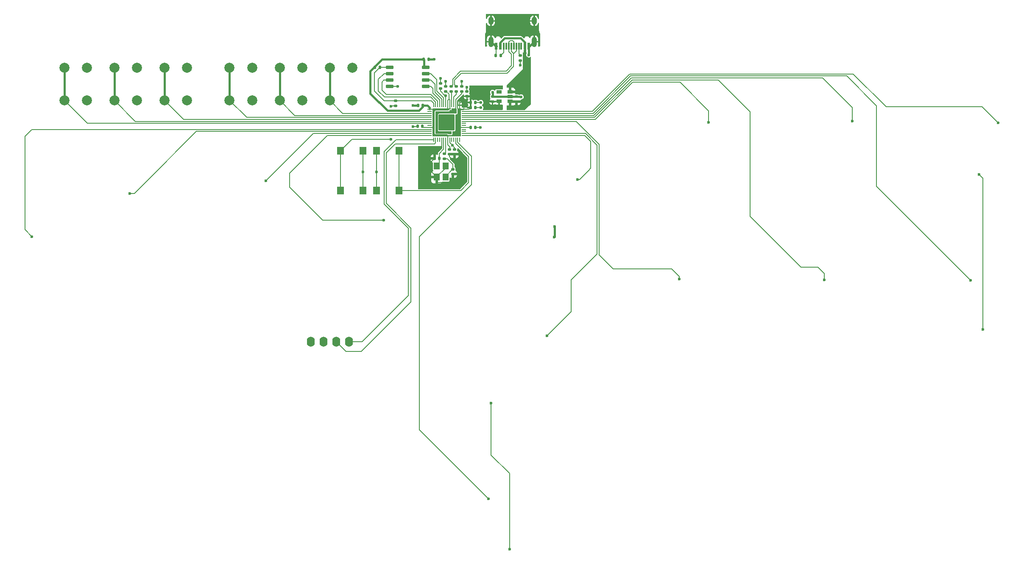
<source format=gtl>
%TF.GenerationSoftware,KiCad,Pcbnew,(6.0.0)*%
%TF.CreationDate,2022-11-06T23:16:27-06:00*%
%TF.ProjectId,Flatbox-rev4,466c6174-626f-4782-9d72-6576342e6b69,rev?*%
%TF.SameCoordinates,Original*%
%TF.FileFunction,Copper,L1,Top*%
%TF.FilePolarity,Positive*%
%FSLAX46Y46*%
G04 Gerber Fmt 4.6, Leading zero omitted, Abs format (unit mm)*
G04 Created by KiCad (PCBNEW (6.0.0)) date 2022-11-06 23:16:27*
%MOMM*%
%LPD*%
G01*
G04 APERTURE LIST*
G04 Aperture macros list*
%AMRoundRect*
0 Rectangle with rounded corners*
0 $1 Rounding radius*
0 $2 $3 $4 $5 $6 $7 $8 $9 X,Y pos of 4 corners*
0 Add a 4 corners polygon primitive as box body*
4,1,4,$2,$3,$4,$5,$6,$7,$8,$9,$2,$3,0*
0 Add four circle primitives for the rounded corners*
1,1,$1+$1,$2,$3*
1,1,$1+$1,$4,$5*
1,1,$1+$1,$6,$7*
1,1,$1+$1,$8,$9*
0 Add four rect primitives between the rounded corners*
20,1,$1+$1,$2,$3,$4,$5,0*
20,1,$1+$1,$4,$5,$6,$7,0*
20,1,$1+$1,$6,$7,$8,$9,0*
20,1,$1+$1,$8,$9,$2,$3,0*%
G04 Aperture macros list end*
%TA.AperFunction,ComponentPad*%
%ADD10O,1.600000X2.000000*%
%TD*%
%TA.AperFunction,ComponentPad*%
%ADD11C,2.000000*%
%TD*%
%TA.AperFunction,SMDPad,CuDef*%
%ADD12RoundRect,0.135000X-0.185000X0.135000X-0.185000X-0.135000X0.185000X-0.135000X0.185000X0.135000X0*%
%TD*%
%TA.AperFunction,SMDPad,CuDef*%
%ADD13R,0.600000X1.450000*%
%TD*%
%TA.AperFunction,SMDPad,CuDef*%
%ADD14R,0.300000X1.450000*%
%TD*%
%TA.AperFunction,ComponentPad*%
%ADD15O,1.000000X1.600000*%
%TD*%
%TA.AperFunction,ComponentPad*%
%ADD16O,1.000000X2.100000*%
%TD*%
%TA.AperFunction,SMDPad,CuDef*%
%ADD17RoundRect,0.135000X0.135000X0.185000X-0.135000X0.185000X-0.135000X-0.185000X0.135000X-0.185000X0*%
%TD*%
%TA.AperFunction,SMDPad,CuDef*%
%ADD18RoundRect,0.140000X0.170000X-0.140000X0.170000X0.140000X-0.170000X0.140000X-0.170000X-0.140000X0*%
%TD*%
%TA.AperFunction,SMDPad,CuDef*%
%ADD19RoundRect,0.140000X-0.140000X-0.170000X0.140000X-0.170000X0.140000X0.170000X-0.140000X0.170000X0*%
%TD*%
%TA.AperFunction,SMDPad,CuDef*%
%ADD20RoundRect,0.140000X-0.170000X0.140000X-0.170000X-0.140000X0.170000X-0.140000X0.170000X0.140000X0*%
%TD*%
%TA.AperFunction,SMDPad,CuDef*%
%ADD21RoundRect,0.135000X-0.135000X-0.185000X0.135000X-0.185000X0.135000X0.185000X-0.135000X0.185000X0*%
%TD*%
%TA.AperFunction,SMDPad,CuDef*%
%ADD22R,1.400000X1.600000*%
%TD*%
%TA.AperFunction,SMDPad,CuDef*%
%ADD23R,1.060000X0.650000*%
%TD*%
%TA.AperFunction,SMDPad,CuDef*%
%ADD24RoundRect,0.150000X-0.650000X-0.150000X0.650000X-0.150000X0.650000X0.150000X-0.650000X0.150000X0*%
%TD*%
%TA.AperFunction,SMDPad,CuDef*%
%ADD25RoundRect,0.050000X-0.387500X-0.050000X0.387500X-0.050000X0.387500X0.050000X-0.387500X0.050000X0*%
%TD*%
%TA.AperFunction,SMDPad,CuDef*%
%ADD26RoundRect,0.050000X-0.050000X-0.387500X0.050000X-0.387500X0.050000X0.387500X-0.050000X0.387500X0*%
%TD*%
%TA.AperFunction,ComponentPad*%
%ADD27C,0.600000*%
%TD*%
%TA.AperFunction,SMDPad,CuDef*%
%ADD28RoundRect,0.144000X-1.456000X-1.456000X1.456000X-1.456000X1.456000X1.456000X-1.456000X1.456000X0*%
%TD*%
%TA.AperFunction,SMDPad,CuDef*%
%ADD29R,1.200000X1.400000*%
%TD*%
%TA.AperFunction,SMDPad,CuDef*%
%ADD30RoundRect,0.140000X0.140000X0.170000X-0.140000X0.170000X-0.140000X-0.170000X0.140000X-0.170000X0*%
%TD*%
%TA.AperFunction,SMDPad,CuDef*%
%ADD31RoundRect,0.135000X0.185000X-0.135000X0.185000X0.135000X-0.185000X0.135000X-0.185000X-0.135000X0*%
%TD*%
%TA.AperFunction,ViaPad*%
%ADD32C,0.600000*%
%TD*%
%TA.AperFunction,Conductor*%
%ADD33C,0.200000*%
%TD*%
%TA.AperFunction,Conductor*%
%ADD34C,0.400000*%
%TD*%
%TA.AperFunction,Conductor*%
%ADD35C,0.381000*%
%TD*%
G04 APERTURE END LIST*
D10*
X112331000Y-91254000D03*
X109791000Y-91254000D03*
X107251000Y-91254000D03*
X104711000Y-91254000D03*
D11*
X88500000Y-43000000D03*
X88500000Y-36500000D03*
X93000000Y-43000000D03*
X93000000Y-36500000D03*
X65500000Y-43000000D03*
X65500000Y-36500000D03*
X70000000Y-36500000D03*
X70000000Y-43000000D03*
X98500000Y-36500000D03*
X98500000Y-43000000D03*
X103000000Y-36500000D03*
X103000000Y-43000000D03*
X55500000Y-36500000D03*
X55500000Y-43000000D03*
X60000000Y-43000000D03*
X60000000Y-36500000D03*
X75500000Y-43000000D03*
X75500000Y-36500000D03*
X80000000Y-36500000D03*
X80000000Y-43000000D03*
X108500000Y-36500000D03*
X108500000Y-43000000D03*
X113000000Y-36500000D03*
X113000000Y-43000000D03*
D12*
X146550000Y-33990000D03*
X146550000Y-35010000D03*
D13*
X148250000Y-32195000D03*
X147450000Y-32195000D03*
D14*
X146750000Y-32195000D03*
X146250000Y-32195000D03*
X145750000Y-32195000D03*
X145250000Y-32195000D03*
X144750000Y-32195000D03*
X144250000Y-32195000D03*
X143750000Y-32195000D03*
X143250000Y-32195000D03*
D13*
X142550000Y-32195000D03*
X141750000Y-32195000D03*
D15*
X140680000Y-27100000D03*
X149320000Y-27100000D03*
D16*
X149320000Y-31280000D03*
X140680000Y-31280000D03*
D17*
X142660000Y-34050000D03*
X141640000Y-34050000D03*
D18*
X145800000Y-43230000D03*
X145800000Y-42270000D03*
D19*
X129420000Y-54600000D03*
X130380000Y-54600000D03*
D18*
X141000000Y-43230000D03*
X141000000Y-42270000D03*
D19*
X127270000Y-34800000D03*
X128230000Y-34800000D03*
D18*
X130600000Y-40580000D03*
X130600000Y-39620000D03*
D20*
X133450000Y-52820000D03*
X133450000Y-53780000D03*
D18*
X134850000Y-41180000D03*
X134850000Y-40220000D03*
X131650000Y-41180000D03*
X131650000Y-40220000D03*
X135900000Y-42180000D03*
X135900000Y-41220000D03*
D19*
X136620000Y-44450000D03*
X137580000Y-44450000D03*
X136620000Y-43400000D03*
X137580000Y-43400000D03*
D12*
X121650000Y-43090000D03*
X121650000Y-44110000D03*
D21*
X117490000Y-36400000D03*
X118510000Y-36400000D03*
D12*
X133780000Y-40190000D03*
X133780000Y-41210000D03*
D22*
X115150000Y-53050000D03*
X115150000Y-61050000D03*
X110650000Y-53050000D03*
X110650000Y-61050000D03*
D23*
X144500000Y-43200000D03*
X144500000Y-42250000D03*
X144500000Y-41300000D03*
X142300000Y-41300000D03*
X142300000Y-43200000D03*
D24*
X120450000Y-36395000D03*
X120450000Y-37665000D03*
X120450000Y-38935000D03*
X120450000Y-40205000D03*
X127650000Y-40205000D03*
X127650000Y-38935000D03*
X127650000Y-37665000D03*
X127650000Y-36395000D03*
D25*
X128412500Y-44800000D03*
X128412500Y-45200000D03*
X128412500Y-45600000D03*
X128412500Y-46000000D03*
X128412500Y-46400000D03*
X128412500Y-46800000D03*
X128412500Y-47200000D03*
X128412500Y-47600000D03*
X128412500Y-48000000D03*
X128412500Y-48400000D03*
X128412500Y-48800000D03*
X128412500Y-49200000D03*
X128412500Y-49600000D03*
X128412500Y-50000000D03*
D26*
X129250000Y-50837500D03*
X129650000Y-50837500D03*
X130050000Y-50837500D03*
X130450000Y-50837500D03*
X130850000Y-50837500D03*
X131250000Y-50837500D03*
X131650000Y-50837500D03*
X132050000Y-50837500D03*
X132450000Y-50837500D03*
X132850000Y-50837500D03*
X133250000Y-50837500D03*
X133650000Y-50837500D03*
X134050000Y-50837500D03*
X134450000Y-50837500D03*
D25*
X135287500Y-50000000D03*
X135287500Y-49600000D03*
X135287500Y-49200000D03*
X135287500Y-48800000D03*
X135287500Y-48400000D03*
X135287500Y-48000000D03*
X135287500Y-47600000D03*
X135287500Y-47200000D03*
X135287500Y-46800000D03*
X135287500Y-46400000D03*
X135287500Y-46000000D03*
X135287500Y-45600000D03*
X135287500Y-45200000D03*
X135287500Y-44800000D03*
D26*
X134450000Y-43962500D03*
X134050000Y-43962500D03*
X133650000Y-43962500D03*
X133250000Y-43962500D03*
X132850000Y-43962500D03*
X132450000Y-43962500D03*
X132050000Y-43962500D03*
X131650000Y-43962500D03*
X131250000Y-43962500D03*
X130850000Y-43962500D03*
X130450000Y-43962500D03*
X130050000Y-43962500D03*
X129650000Y-43962500D03*
X129250000Y-43962500D03*
D27*
X131850000Y-46125000D03*
X130575000Y-47400000D03*
D28*
X131850000Y-47400000D03*
D27*
X133125000Y-47400000D03*
X131850000Y-48675000D03*
X133125000Y-48675000D03*
X133125000Y-46125000D03*
X130575000Y-48675000D03*
X130575000Y-46125000D03*
X131850000Y-47400000D03*
D29*
X129900000Y-56150000D03*
X129900000Y-58350000D03*
X131600000Y-58350000D03*
X131600000Y-56150000D03*
D12*
X132700000Y-40190000D03*
X132700000Y-41210000D03*
D20*
X133100000Y-56770000D03*
X133100000Y-57730000D03*
D22*
X117800000Y-61050000D03*
X117800000Y-53050000D03*
X122300000Y-61050000D03*
X122300000Y-53050000D03*
D30*
X126980000Y-48133000D03*
X126020000Y-48133000D03*
D19*
X136620000Y-48400000D03*
X137580000Y-48400000D03*
D31*
X131400000Y-54660000D03*
X131400000Y-53640000D03*
D20*
X132420000Y-52820000D03*
X132420000Y-53780000D03*
D30*
X127080000Y-44000000D03*
X126120000Y-44000000D03*
D32*
X128150000Y-57000000D03*
X127600000Y-59450000D03*
X138600000Y-48400000D03*
X141000000Y-41350000D03*
X146550000Y-36000000D03*
X135900000Y-40350000D03*
X125095000Y-48199500D03*
X115150000Y-57300000D03*
X138700000Y-43400000D03*
X122050000Y-40200000D03*
X127650000Y-53250000D03*
X129350000Y-34800000D03*
X130650000Y-52500000D03*
X146700000Y-42300000D03*
X138700000Y-44450000D03*
X131500000Y-60100000D03*
X132900000Y-54750000D03*
X131650000Y-39200000D03*
X148250000Y-33900000D03*
X125100000Y-44000000D03*
X134850000Y-39200000D03*
X130600000Y-38550000D03*
X134200000Y-59250000D03*
X134400000Y-53800000D03*
X126950000Y-55300000D03*
X134950000Y-56400000D03*
X117800000Y-57300000D03*
X153416000Y-68199000D03*
X145796000Y-44323000D03*
X153289000Y-70358000D03*
X68580000Y-61595000D03*
X95758000Y-59055000D03*
X119253000Y-66929000D03*
X140208000Y-122682000D03*
X241935000Y-47498000D03*
X212852000Y-47117000D03*
X184150000Y-47371000D03*
X157988000Y-58801000D03*
X178308000Y-78740000D03*
X151892000Y-90043000D03*
X207264000Y-78867000D03*
X236474000Y-78994000D03*
X132499900Y-49507729D03*
X131650001Y-42050001D03*
X132650000Y-45245055D03*
X133000000Y-52000000D03*
X120700000Y-50750000D03*
X120699974Y-44150000D03*
X49022000Y-70231000D03*
X238125000Y-57785000D03*
X238887000Y-88773000D03*
X144399000Y-132715000D03*
X140716000Y-103505000D03*
D33*
X122045000Y-40205000D02*
X122050000Y-40200000D01*
D34*
X145800000Y-42270000D02*
X146670000Y-42270000D01*
D33*
X132420000Y-54270000D02*
X132900000Y-54750000D01*
D35*
X141595000Y-32195000D02*
X140680000Y-31280000D01*
D33*
X134380000Y-53780000D02*
X134400000Y-53800000D01*
D35*
X141775000Y-32195000D02*
X141595000Y-32195000D01*
D33*
X133450000Y-53780000D02*
X134380000Y-53780000D01*
D34*
X144500000Y-42250000D02*
X141020000Y-42250000D01*
X144520000Y-42270000D02*
X144500000Y-42250000D01*
D33*
X130100000Y-59450000D02*
X129900000Y-59250000D01*
X129900000Y-59250000D02*
X129900000Y-58350000D01*
X129900000Y-58350000D02*
X129900000Y-58250000D01*
X131600000Y-56550000D02*
X131600000Y-56150000D01*
X137580000Y-43400000D02*
X138700000Y-43400000D01*
X131650000Y-40220000D02*
X131650000Y-39200000D01*
D34*
X126120000Y-44000000D02*
X125100000Y-44000000D01*
D33*
X130600000Y-39620000D02*
X130600000Y-38550000D01*
X130850000Y-52300000D02*
X130650000Y-52500000D01*
X133100000Y-58690002D02*
X132340002Y-59450000D01*
X134850000Y-40220000D02*
X134850000Y-39200000D01*
X120450000Y-40205000D02*
X122045000Y-40205000D01*
X117800000Y-57300000D02*
X117800000Y-61050000D01*
X129900000Y-58250000D02*
X131600000Y-56550000D01*
X128850000Y-55170000D02*
X128850000Y-57300000D01*
X132420000Y-53780000D02*
X132420000Y-54270000D01*
X125953500Y-48199500D02*
X125095000Y-48199500D01*
X133100000Y-57730000D02*
X133100000Y-58690002D01*
X115150000Y-57300000D02*
X115150000Y-53050000D01*
X146550000Y-35010000D02*
X146550000Y-36000000D01*
X126020000Y-48133000D02*
X125953500Y-48199500D01*
D35*
X149320000Y-31280000D02*
X148405000Y-32195000D01*
X148405000Y-32195000D02*
X148350000Y-32195000D01*
D33*
X137580000Y-48400000D02*
X138600000Y-48400000D01*
X135900000Y-41220000D02*
X135900000Y-40350000D01*
X129420000Y-54600000D02*
X128850000Y-55170000D01*
D34*
X145800000Y-42270000D02*
X144520000Y-42270000D01*
X128230000Y-34800000D02*
X129350000Y-34800000D01*
D33*
X141750000Y-33940000D02*
X141640000Y-34050000D01*
X132340002Y-59450000D02*
X130100000Y-59450000D01*
D34*
X148250000Y-32195000D02*
X148250000Y-33900000D01*
D33*
X137580000Y-44450000D02*
X138700000Y-44450000D01*
X141750000Y-32195000D02*
X141750000Y-33940000D01*
X117800000Y-53050000D02*
X117800000Y-57300000D01*
X130650000Y-52500000D02*
X129420000Y-53730000D01*
X130850000Y-50837500D02*
X130850000Y-52300000D01*
D34*
X146670000Y-42270000D02*
X146700000Y-42300000D01*
D33*
X129420000Y-53730000D02*
X129420000Y-54600000D01*
D34*
X141020000Y-42250000D02*
X141000000Y-42270000D01*
D33*
X128850000Y-57300000D02*
X129900000Y-58350000D01*
X115150000Y-61050000D02*
X115150000Y-57300000D01*
D34*
X141000000Y-42270000D02*
X141000000Y-41350000D01*
X145800000Y-43230000D02*
X145800000Y-44319000D01*
D33*
X144530000Y-43230000D02*
X144500000Y-43200000D01*
D34*
X146616999Y-30550001D02*
X147450000Y-31383002D01*
X147450000Y-42586002D02*
X147450000Y-41100000D01*
X147450000Y-41100000D02*
X147250000Y-41300000D01*
X147250000Y-41300000D02*
X144500000Y-41300000D01*
X142550000Y-31383002D02*
X143383001Y-30550001D01*
X147450000Y-32195000D02*
X147450000Y-41100000D01*
X147450000Y-31383002D02*
X147450000Y-32195000D01*
X142550000Y-32195000D02*
X142550000Y-31383002D01*
X146806002Y-43230000D02*
X147450000Y-42586002D01*
X153416000Y-70231000D02*
X153416000Y-68199000D01*
X153289000Y-70358000D02*
X153416000Y-70231000D01*
X145800000Y-43230000D02*
X146806002Y-43230000D01*
X145800000Y-43230000D02*
X144530000Y-43230000D01*
X145800000Y-44319000D02*
X145796000Y-44323000D01*
X143383001Y-30550001D02*
X146616999Y-30550001D01*
D33*
X145225000Y-36225000D02*
X145225000Y-33625000D01*
X133450000Y-38900000D02*
X134800000Y-37550000D01*
X134800000Y-37550000D02*
X143900000Y-37550000D01*
X133780000Y-40190000D02*
X133450000Y-39860000D01*
X145260002Y-33600000D02*
X145750000Y-33110002D01*
X143900000Y-37550000D02*
X145225000Y-36225000D01*
X145225000Y-33625000D02*
X145200000Y-33600000D01*
X133450000Y-39860000D02*
X133450000Y-38900000D01*
X144750000Y-32195000D02*
X144750000Y-33150000D01*
X145750000Y-33110002D02*
X145750000Y-32195000D01*
X145200000Y-33600000D02*
X145260002Y-33600000D01*
X144750000Y-33150000D02*
X145200000Y-33600000D01*
X132700000Y-40190000D02*
X133050000Y-39840000D01*
X144800000Y-36084300D02*
X144800000Y-33800000D01*
X144250000Y-31270000D02*
X144469989Y-31050011D01*
X145030011Y-31050011D02*
X145250000Y-31270000D01*
X145250000Y-31270000D02*
X145250000Y-32195000D01*
X143734311Y-37149989D02*
X144800000Y-36084300D01*
X144250000Y-32195000D02*
X144250000Y-31270000D01*
X134634311Y-37149989D02*
X143734311Y-37149989D01*
X144250000Y-33250000D02*
X144250000Y-32195000D01*
X144800000Y-33800000D02*
X144250000Y-33250000D01*
X133050000Y-38734300D02*
X134634311Y-37149989D01*
X144469989Y-31050011D02*
X145030011Y-31050011D01*
X133050000Y-39840000D02*
X133050000Y-38734300D01*
X69469000Y-61595000D02*
X68580000Y-61595000D01*
X81850000Y-49200000D02*
X71750000Y-59300000D01*
X71750000Y-59314000D02*
X69469000Y-61595000D01*
X71750000Y-59300000D02*
X71750000Y-59314000D01*
X128412500Y-49200000D02*
X81850000Y-49200000D01*
X128412500Y-49600000D02*
X105213000Y-49600000D01*
X105213000Y-49600000D02*
X95758000Y-59055000D01*
X100500000Y-57550000D02*
X100500000Y-60368000D01*
X107061000Y-66929000D02*
X119253000Y-66929000D01*
X128412500Y-50000000D02*
X108050000Y-50000000D01*
X100500000Y-60368000D02*
X104902000Y-64770000D01*
X104902000Y-64770000D02*
X107061000Y-66929000D01*
X108050000Y-50000000D02*
X100500000Y-57550000D01*
X126400000Y-106500000D02*
X126400000Y-108874000D01*
X134050000Y-51400000D02*
X136800000Y-54150000D01*
X126400000Y-108874000D02*
X140208000Y-122682000D01*
X136800000Y-59850000D02*
X126400000Y-70250000D01*
X136800000Y-54150000D02*
X136800000Y-59850000D01*
X134050000Y-50837500D02*
X134050000Y-51400000D01*
X126400000Y-70250000D02*
X126400000Y-106500000D01*
X168400000Y-37700000D02*
X213000000Y-37700000D01*
X238737000Y-44300000D02*
X241935000Y-47498000D01*
X213000000Y-37700000D02*
X219600000Y-44300000D01*
X219600000Y-44300000D02*
X238737000Y-44300000D01*
X160900000Y-45200000D02*
X168400000Y-37700000D01*
X135287500Y-45200000D02*
X160900000Y-45200000D01*
X135287500Y-46000000D02*
X161231396Y-46000000D01*
X187941480Y-38499520D02*
X206883000Y-38499520D01*
X206883000Y-38499520D02*
X212852000Y-44468520D01*
X161231396Y-46000000D02*
X168731396Y-38500000D01*
X187941000Y-38500000D02*
X187941480Y-38499520D01*
X212852000Y-44468520D02*
X212852000Y-47117000D01*
X168731396Y-38500000D02*
X187941000Y-38500000D01*
X187941000Y-38500000D02*
X188100000Y-38500000D01*
X169014550Y-39347550D02*
X178412550Y-39347550D01*
X184150000Y-47244000D02*
X184150000Y-47371000D01*
X161562100Y-46800000D02*
X161796614Y-46565486D01*
X161796614Y-46565486D02*
X169014550Y-39347550D01*
X178412550Y-39347550D02*
X178435000Y-39370000D01*
X135287500Y-46800000D02*
X157950000Y-46800000D01*
X157950000Y-46800000D02*
X161562100Y-46800000D01*
X184150000Y-45085000D02*
X184150000Y-47244000D01*
X178435000Y-39370000D02*
X184150000Y-45085000D01*
X160147000Y-57023000D02*
X158369000Y-58801000D01*
X160610497Y-56559503D02*
X160147000Y-57023000D01*
X158369000Y-58801000D02*
X157988000Y-58801000D01*
X135287500Y-50000000D02*
X159350000Y-50000000D01*
X159350000Y-50000000D02*
X159384994Y-50000000D01*
X160610497Y-51225503D02*
X160610497Y-56559503D01*
X159384994Y-50000000D02*
X160610497Y-51225503D01*
X176784000Y-76708000D02*
X178308000Y-78232000D01*
X162300000Y-73900000D02*
X165108000Y-76708000D01*
X162300000Y-51757849D02*
X162300000Y-73900000D01*
X178308000Y-78232000D02*
X178308000Y-78740000D01*
X135287500Y-47200000D02*
X157742151Y-47200000D01*
X165108000Y-76708000D02*
X176784000Y-76708000D01*
X157742151Y-47200000D02*
X162300000Y-51757849D01*
X156699990Y-85235010D02*
X151892000Y-90043000D01*
X161900000Y-51950000D02*
X161900000Y-73700000D01*
X159550000Y-49600000D02*
X161900000Y-51950000D01*
X161900000Y-73700000D02*
X156699990Y-78900010D01*
X156699990Y-78900010D02*
X156699990Y-85235010D01*
X135287500Y-49600000D02*
X159550000Y-49600000D01*
X205994000Y-76327000D02*
X207264000Y-77597000D01*
X188891000Y-41741000D02*
X192405000Y-45255000D01*
X161397094Y-46400000D02*
X168897094Y-38900000D01*
X192405000Y-66167000D02*
X202565000Y-76327000D01*
X192405000Y-45255000D02*
X192405000Y-66167000D01*
X202565000Y-76327000D02*
X205994000Y-76327000D01*
X135287500Y-46400000D02*
X161397094Y-46400000D01*
X207264000Y-77597000D02*
X207264000Y-78867000D01*
X186050000Y-38900000D02*
X188891000Y-41741000D01*
X168897094Y-38900000D02*
X186050000Y-38900000D01*
X217650000Y-60170000D02*
X236474000Y-78994000D01*
X217650000Y-44050000D02*
X217650000Y-60170000D01*
X168565698Y-38100000D02*
X211700000Y-38100000D01*
X211700000Y-38100000D02*
X217650000Y-44050000D01*
X161065698Y-45600000D02*
X168565698Y-38100000D01*
X135287500Y-45600000D02*
X161065698Y-45600000D01*
X133100000Y-55809998D02*
X133100000Y-56770000D01*
X131950002Y-54660000D02*
X133100000Y-55809998D01*
X131400000Y-54660000D02*
X131950002Y-54660000D01*
X131600000Y-58350000D02*
X131600000Y-58200000D01*
X131600000Y-58200000D02*
X133030000Y-56770000D01*
X133030000Y-56770000D02*
X133100000Y-56770000D01*
D34*
X127300000Y-36045000D02*
X127650000Y-36395000D01*
D33*
X132050000Y-50837500D02*
X132050000Y-50100000D01*
D34*
X117490000Y-36400000D02*
X117350000Y-36400000D01*
D33*
X134650000Y-43350000D02*
X136570000Y-43350000D01*
X131718004Y-41180000D02*
X131650000Y-41180000D01*
X132050000Y-43962500D02*
X132050000Y-43000000D01*
X135287500Y-44800000D02*
X134500000Y-44800000D01*
X132450000Y-42900000D02*
X132300000Y-42750000D01*
D34*
X120000000Y-45000000D02*
X126300000Y-45000000D01*
D33*
X132050000Y-43962500D02*
X132050000Y-44700000D01*
X134450000Y-44750000D02*
X134450000Y-43962500D01*
X134050000Y-43962500D02*
X134050000Y-44600000D01*
X132450000Y-52300000D02*
X132450000Y-52790000D01*
X134450000Y-43550000D02*
X134650000Y-43350000D01*
X132050000Y-51900000D02*
X132450000Y-52300000D01*
X128950000Y-48400000D02*
X129100000Y-48400000D01*
D34*
X141000000Y-43230000D02*
X140970000Y-43200000D01*
D33*
X141030000Y-43200000D02*
X141000000Y-43230000D01*
X132450000Y-43962500D02*
X132450000Y-42900000D01*
D34*
X117490000Y-36400000D02*
X117490000Y-36210000D01*
D33*
X128412500Y-44800000D02*
X129200000Y-44800000D01*
X135900000Y-42180000D02*
X134920000Y-42180000D01*
X132050000Y-43000000D02*
X132300000Y-42750000D01*
X134450000Y-43962500D02*
X134450000Y-43550000D01*
D34*
X128412500Y-44412500D02*
X128412500Y-44699990D01*
D33*
X134050000Y-44600000D02*
X134250000Y-44800000D01*
D34*
X117350000Y-36400000D02*
X116600000Y-37150000D01*
D33*
X132450000Y-44600000D02*
X132400000Y-44650000D01*
D34*
X127270000Y-34800000D02*
X127300000Y-34830000D01*
X138980000Y-42180000D02*
X135900000Y-42180000D01*
D33*
X132450000Y-52790000D02*
X132420000Y-52820000D01*
D34*
X127080000Y-44000000D02*
X128000000Y-44000000D01*
D33*
X134050000Y-43050000D02*
X134050000Y-43962500D01*
X128412500Y-48400000D02*
X128950000Y-48400000D01*
D34*
X117490000Y-36210000D02*
X118900000Y-34800000D01*
X126300000Y-45000000D02*
X127080000Y-44220000D01*
D33*
X135287500Y-48400000D02*
X136620000Y-48400000D01*
X132050000Y-50837500D02*
X132050000Y-51900000D01*
X135287500Y-48400000D02*
X134400000Y-48400000D01*
X132300000Y-42750000D02*
X132300000Y-41761996D01*
D34*
X128000000Y-44000000D02*
X128412500Y-44412500D01*
X127300000Y-34830000D02*
X127300000Y-36045000D01*
D33*
X142300000Y-43200000D02*
X141030000Y-43200000D01*
D34*
X140970000Y-43200000D02*
X140000000Y-43200000D01*
X116600000Y-41600000D02*
X120000000Y-45000000D01*
D33*
X135287500Y-44800000D02*
X136270000Y-44800000D01*
X132300000Y-41761996D02*
X131718004Y-41180000D01*
D34*
X118900000Y-34800000D02*
X127270000Y-34800000D01*
D33*
X134920000Y-42180000D02*
X134050000Y-43050000D01*
D34*
X140000000Y-43200000D02*
X138980000Y-42180000D01*
D33*
X134500000Y-44800000D02*
X134450000Y-44750000D01*
X132450000Y-43962500D02*
X132450000Y-44600000D01*
X127247000Y-48400000D02*
X126980000Y-48133000D01*
X136570000Y-43350000D02*
X136620000Y-43400000D01*
D34*
X127080000Y-44220000D02*
X127080000Y-44000000D01*
D33*
X128412500Y-48400000D02*
X127247000Y-48400000D01*
X136270000Y-44800000D02*
X136620000Y-44450000D01*
D34*
X116600000Y-41600000D02*
X116600000Y-37150000D01*
D33*
X131650000Y-43962500D02*
X131650000Y-42050002D01*
X133650000Y-44650000D02*
X133450000Y-44850000D01*
X132450000Y-50837500D02*
X132450000Y-51450000D01*
X130600000Y-40580000D02*
X130600000Y-41150000D01*
X133650000Y-42850000D02*
X134850000Y-41650000D01*
X130600000Y-41150000D02*
X131500001Y-42050001D01*
X132450000Y-51450000D02*
X133000000Y-52000000D01*
X131500001Y-42050001D02*
X131650001Y-42050001D01*
X133650000Y-43962500D02*
X133650000Y-42850000D01*
X134850000Y-41650000D02*
X134850000Y-41180000D01*
X133000000Y-52000000D02*
X133450000Y-52450000D01*
X133650000Y-43962500D02*
X133650000Y-44650000D01*
X133450000Y-52450000D02*
X133450000Y-52820000D01*
X131650000Y-42050002D02*
X131650001Y-42050001D01*
X132850000Y-41360000D02*
X132700000Y-41210000D01*
X132850000Y-43962500D02*
X132850000Y-41360000D01*
X133780000Y-41815000D02*
X133780000Y-41210000D01*
X133250000Y-42345000D02*
X133780000Y-41815000D01*
X133250000Y-43962500D02*
X133250000Y-42345000D01*
X143250000Y-32195000D02*
X143250000Y-33460000D01*
X143250000Y-33460000D02*
X142660000Y-34050000D01*
X146250000Y-33690000D02*
X146550000Y-33990000D01*
X146250000Y-32195000D02*
X146250000Y-33690000D01*
X130350000Y-55700000D02*
X130350000Y-54630000D01*
X130350000Y-54630000D02*
X130380000Y-54600000D01*
X130380000Y-53620000D02*
X131250000Y-52750000D01*
X130380000Y-54600000D02*
X130380000Y-53620000D01*
X129900000Y-56150000D02*
X130350000Y-55700000D01*
X131250000Y-52750000D02*
X131250000Y-50837500D01*
X131650000Y-50837500D02*
X131650000Y-53390000D01*
X131650000Y-53390000D02*
X131400000Y-53640000D01*
X128412500Y-47600000D02*
X60100000Y-47600000D01*
X60100000Y-47600000D02*
X55500000Y-43000000D01*
D35*
X55500000Y-43000000D02*
X55500000Y-36500000D01*
X65500000Y-43000000D02*
X65500000Y-36500000D01*
D33*
X128412500Y-47200000D02*
X69700000Y-47200000D01*
X69700000Y-47200000D02*
X65500000Y-43000000D01*
D35*
X75500000Y-43000000D02*
X75500000Y-36500000D01*
D33*
X79300000Y-46800000D02*
X75500000Y-43000000D01*
X128412500Y-46800000D02*
X79300000Y-46800000D01*
D35*
X88500000Y-43000000D02*
X88500000Y-36500000D01*
D33*
X91900000Y-46400000D02*
X88500000Y-43000000D01*
X128412500Y-46400000D02*
X91900000Y-46400000D01*
D35*
X98500000Y-43000000D02*
X98500000Y-36500000D01*
D33*
X101500000Y-46000000D02*
X98500000Y-43000000D01*
X128412500Y-46000000D02*
X101500000Y-46000000D01*
D35*
X108500000Y-43000000D02*
X108500000Y-36500000D01*
D33*
X128412500Y-45600000D02*
X111100000Y-45600000D01*
X111100000Y-45600000D02*
X108500000Y-43000000D01*
X120739974Y-44110000D02*
X120699974Y-44150000D01*
X110650000Y-53050000D02*
X110650000Y-61050000D01*
X112950000Y-50750000D02*
X110650000Y-53050000D01*
X120700000Y-50750000D02*
X112950000Y-50750000D01*
X121650000Y-44110000D02*
X120739974Y-44110000D01*
X129250000Y-43962500D02*
X129250000Y-43550000D01*
X129250000Y-43550000D02*
X128790000Y-43090000D01*
X117400000Y-41100000D02*
X117400000Y-37510000D01*
X117400000Y-37510000D02*
X118510000Y-36400000D01*
X121650000Y-43090000D02*
X119390000Y-43090000D01*
X120445000Y-36400000D02*
X120450000Y-36395000D01*
X118510000Y-36400000D02*
X120445000Y-36400000D01*
X119390000Y-43090000D02*
X117400000Y-41100000D01*
X128790000Y-43090000D02*
X121650000Y-43090000D01*
X136250000Y-59450000D02*
X134650000Y-61050000D01*
X122300000Y-53050000D02*
X122300000Y-61050000D01*
X133650000Y-50837500D02*
X133650000Y-51650000D01*
X136250000Y-54250000D02*
X136250000Y-59450000D01*
X134650000Y-61050000D02*
X122300000Y-61050000D01*
X133650000Y-51650000D02*
X136250000Y-54250000D01*
X129900010Y-41165710D02*
X131250000Y-42515700D01*
X128715000Y-37665000D02*
X129900010Y-38850010D01*
X129900010Y-38850010D02*
X129900010Y-41165710D01*
X131250000Y-42515700D02*
X131250000Y-43962500D01*
X127650000Y-37665000D02*
X128715000Y-37665000D01*
X129500000Y-39750000D02*
X128685000Y-38935000D01*
X128685000Y-38935000D02*
X127650000Y-38935000D01*
X130850000Y-42700000D02*
X129500000Y-41350000D01*
X130850000Y-43962500D02*
X130850000Y-42700000D01*
X129500000Y-41350000D02*
X129500000Y-39750000D01*
X130450000Y-43962500D02*
X130450000Y-42900000D01*
X129099992Y-40600008D02*
X129100000Y-40600000D01*
X128705000Y-40205000D02*
X127650000Y-40205000D01*
X130450000Y-42900000D02*
X129099992Y-41549992D01*
X129099992Y-41549992D02*
X129099992Y-40600008D01*
X129100000Y-40600000D02*
X128705000Y-40205000D01*
X130050000Y-43150000D02*
X128700000Y-41800000D01*
X128700000Y-41800000D02*
X119750000Y-41800000D01*
X119750000Y-41800000D02*
X118900000Y-40950000D01*
X118900000Y-40950000D02*
X118900000Y-39350000D01*
X119315000Y-38935000D02*
X120450000Y-38935000D01*
X118900000Y-39350000D02*
X119315000Y-38935000D01*
X130050000Y-43962500D02*
X130050000Y-43150000D01*
X129650000Y-43962500D02*
X129650000Y-43350000D01*
X129650000Y-43350000D02*
X128650000Y-42350000D01*
X118200000Y-41100000D02*
X118200000Y-38800000D01*
X128650000Y-42350000D02*
X119450000Y-42350000D01*
X118200000Y-38800000D02*
X119335000Y-37665000D01*
X119335000Y-37665000D02*
X120450000Y-37665000D01*
X119450000Y-42350000D02*
X118200000Y-41100000D01*
X111755000Y-93218000D02*
X109791000Y-91254000D01*
X121539000Y-51689000D02*
X119779520Y-53448480D01*
X124714000Y-83312000D02*
X114808000Y-93218000D01*
X129650000Y-50837500D02*
X129650000Y-51452000D01*
X114808000Y-93218000D02*
X111755000Y-93218000D01*
X119779520Y-63588514D02*
X124714000Y-68522994D01*
X129413000Y-51689000D02*
X121539000Y-51689000D01*
X129650000Y-51452000D02*
X129413000Y-51689000D01*
X119779520Y-53448480D02*
X119779520Y-63588514D01*
X124714000Y-68522994D02*
X124714000Y-83312000D01*
X124206000Y-82042000D02*
X114994000Y-91254000D01*
X119380000Y-63754000D02*
X124206000Y-68580000D01*
X124206000Y-68580000D02*
X124206000Y-82042000D01*
X121755500Y-50837500D02*
X119380000Y-53213000D01*
X119380000Y-53213000D02*
X119380000Y-63754000D01*
X114994000Y-91254000D02*
X112331000Y-91254000D01*
X129250000Y-50837500D02*
X121755500Y-50837500D01*
X47625000Y-50165000D02*
X47625000Y-68834000D01*
X128412500Y-48800000D02*
X48990000Y-48800000D01*
X48990000Y-48800000D02*
X47625000Y-50165000D01*
X47625000Y-68834000D02*
X49022000Y-70231000D01*
X238125000Y-57785000D02*
X238887000Y-58547000D01*
X238887000Y-58547000D02*
X238887000Y-88773000D01*
X144399000Y-117602000D02*
X144399000Y-132715000D01*
X140716000Y-103505000D02*
X140716000Y-113919000D01*
X140716000Y-113919000D02*
X144399000Y-117602000D01*
%TA.AperFunction,Conductor*%
G36*
X143009191Y-40018907D02*
G01*
X143045155Y-40068407D01*
X143050000Y-40099000D01*
X143050000Y-40698751D01*
X143031093Y-40756942D01*
X142981593Y-40792906D01*
X142920407Y-40792906D01*
X142915851Y-40791225D01*
X142908231Y-40786133D01*
X142849748Y-40774500D01*
X141750252Y-40774500D01*
X141724005Y-40779721D01*
X141701334Y-40784230D01*
X141701332Y-40784231D01*
X141691769Y-40786133D01*
X141625448Y-40830448D01*
X141581133Y-40896769D01*
X141569500Y-40955252D01*
X141569500Y-40977572D01*
X141550593Y-41035763D01*
X141501093Y-41071727D01*
X141439907Y-41071727D01*
X141395501Y-41042195D01*
X141337005Y-40974307D01*
X141337004Y-40974306D01*
X141332400Y-40968963D01*
X141212095Y-40890985D01*
X141074739Y-40849907D01*
X140991497Y-40849398D01*
X140938427Y-40849074D01*
X140938426Y-40849074D01*
X140931376Y-40849031D01*
X140924599Y-40850968D01*
X140924598Y-40850968D01*
X140800309Y-40886490D01*
X140800307Y-40886491D01*
X140793529Y-40888428D01*
X140672280Y-40964930D01*
X140667613Y-40970214D01*
X140667611Y-40970216D01*
X140582044Y-41067103D01*
X140582042Y-41067105D01*
X140577377Y-41072388D01*
X140516447Y-41202163D01*
X140494391Y-41343823D01*
X140495306Y-41350820D01*
X140495306Y-41350821D01*
X140506075Y-41433173D01*
X140512980Y-41485979D01*
X140515821Y-41492435D01*
X140515821Y-41492436D01*
X140562450Y-41598407D01*
X140570720Y-41617203D01*
X140576281Y-41623819D01*
X140576283Y-41623821D01*
X140576778Y-41625044D01*
X140578985Y-41628589D01*
X140578369Y-41628972D01*
X140599253Y-41680531D01*
X140599500Y-41687523D01*
X140599500Y-41837952D01*
X140580593Y-41896143D01*
X140570504Y-41907956D01*
X140546776Y-41931684D01*
X140543116Y-41939532D01*
X140543115Y-41939534D01*
X140502852Y-42025878D01*
X140496028Y-42040513D01*
X140489500Y-42090099D01*
X140489501Y-42449900D01*
X140496028Y-42499487D01*
X140499231Y-42506355D01*
X140542449Y-42599036D01*
X140546776Y-42608316D01*
X140552898Y-42614438D01*
X140557870Y-42621539D01*
X140555171Y-42623429D01*
X140575970Y-42664250D01*
X140566399Y-42724682D01*
X140537006Y-42759371D01*
X140521314Y-42770961D01*
X140510959Y-42781316D01*
X140441147Y-42875833D01*
X140434300Y-42888766D01*
X140394912Y-43000927D01*
X140392344Y-43012629D01*
X140390218Y-43035114D01*
X140390000Y-43039750D01*
X140390000Y-43064320D01*
X140394122Y-43077005D01*
X140398243Y-43080000D01*
X141414320Y-43080000D01*
X141444560Y-43070174D01*
X141465661Y-43054845D01*
X141496251Y-43050000D01*
X142351000Y-43050000D01*
X142409191Y-43068907D01*
X142445155Y-43118407D01*
X142450000Y-43149000D01*
X142450000Y-43809320D01*
X142454122Y-43822005D01*
X142458243Y-43825000D01*
X142871639Y-43825000D01*
X142877485Y-43824654D01*
X142893353Y-43822766D01*
X142907519Y-43818872D01*
X142910810Y-43817410D01*
X142914077Y-43817069D01*
X142914679Y-43816904D01*
X142914706Y-43817004D01*
X142971665Y-43811066D01*
X143024627Y-43841703D01*
X143049466Y-43897620D01*
X143050000Y-43907885D01*
X143050000Y-44800500D01*
X143031093Y-44858691D01*
X142981593Y-44894655D01*
X142951000Y-44899500D01*
X139191412Y-44899500D01*
X139133221Y-44880593D01*
X139097257Y-44831093D01*
X139097257Y-44769907D01*
X139111845Y-44744720D01*
X139110524Y-44743829D01*
X139114468Y-44737982D01*
X139119200Y-44732754D01*
X139181710Y-44603733D01*
X139183154Y-44595155D01*
X139204862Y-44466124D01*
X139204862Y-44466120D01*
X139205496Y-44462354D01*
X139205647Y-44450000D01*
X139185323Y-44308082D01*
X139125984Y-44177572D01*
X139040342Y-44078180D01*
X139037005Y-44074307D01*
X139037004Y-44074306D01*
X139032400Y-44068963D01*
X138951304Y-44016399D01*
X138937714Y-44007590D01*
X138899167Y-43960074D01*
X138895912Y-43898975D01*
X138929192Y-43847632D01*
X138939760Y-43840149D01*
X139016978Y-43792737D01*
X139022991Y-43789045D01*
X139030403Y-43780857D01*
X139114468Y-43687982D01*
X139119200Y-43682754D01*
X139181710Y-43553733D01*
X139197637Y-43459070D01*
X139204168Y-43420247D01*
X140390001Y-43420247D01*
X140390220Y-43424890D01*
X140392345Y-43447374D01*
X140394910Y-43459070D01*
X140434300Y-43571234D01*
X140441147Y-43584167D01*
X140510959Y-43678684D01*
X140521316Y-43689041D01*
X140615833Y-43758853D01*
X140628766Y-43765700D01*
X140740927Y-43805088D01*
X140752629Y-43807656D01*
X140775114Y-43809782D01*
X140779750Y-43810000D01*
X140834320Y-43810000D01*
X140847005Y-43805878D01*
X140850000Y-43801757D01*
X140850000Y-43794319D01*
X141150000Y-43794319D01*
X141154122Y-43807004D01*
X141158243Y-43809999D01*
X141220247Y-43809999D01*
X141224890Y-43809780D01*
X141247374Y-43807655D01*
X141259070Y-43805090D01*
X141371234Y-43765700D01*
X141384167Y-43758853D01*
X141427980Y-43726492D01*
X141486020Y-43707128D01*
X141544358Y-43725578D01*
X141556740Y-43736060D01*
X141591107Y-43770367D01*
X141605931Y-43780517D01*
X141692980Y-43819000D01*
X141707185Y-43822873D01*
X141722580Y-43824668D01*
X141728292Y-43825000D01*
X142134320Y-43825000D01*
X142147005Y-43820878D01*
X142150000Y-43816757D01*
X142150000Y-43365680D01*
X142145878Y-43352995D01*
X142141757Y-43350000D01*
X141665680Y-43350000D01*
X141635440Y-43359826D01*
X141614339Y-43375155D01*
X141583749Y-43380000D01*
X141165680Y-43380000D01*
X141152995Y-43384122D01*
X141150000Y-43388243D01*
X141150000Y-43794319D01*
X140850000Y-43794319D01*
X140850000Y-43395680D01*
X140845878Y-43382995D01*
X140841757Y-43380000D01*
X140405681Y-43380000D01*
X140392996Y-43384122D01*
X140390001Y-43388243D01*
X140390001Y-43420247D01*
X139204168Y-43420247D01*
X139204862Y-43416124D01*
X139204862Y-43416120D01*
X139205496Y-43412354D01*
X139205647Y-43400000D01*
X139185323Y-43258082D01*
X139125984Y-43127572D01*
X139040847Y-43028766D01*
X139037005Y-43024307D01*
X139037004Y-43024306D01*
X139032400Y-43018963D01*
X138912095Y-42940985D01*
X138774739Y-42899907D01*
X138691497Y-42899398D01*
X138638427Y-42899074D01*
X138638426Y-42899074D01*
X138631376Y-42899031D01*
X138624599Y-42900968D01*
X138624598Y-42900968D01*
X138500309Y-42936490D01*
X138500307Y-42936491D01*
X138493529Y-42938428D01*
X138372280Y-43014930D01*
X138367613Y-43020214D01*
X138367611Y-43020216D01*
X138337029Y-43054845D01*
X138327612Y-43065508D01*
X138327147Y-43066034D01*
X138274455Y-43097134D01*
X138252943Y-43099500D01*
X138097917Y-43099500D01*
X138039726Y-43080593D01*
X138008191Y-43042336D01*
X138006884Y-43039533D01*
X138003224Y-43031684D01*
X137918316Y-42946776D01*
X137910468Y-42943116D01*
X137910466Y-42943115D01*
X137816356Y-42899231D01*
X137809487Y-42896028D01*
X137759901Y-42889500D01*
X137580028Y-42889500D01*
X137400100Y-42889501D01*
X137396890Y-42889924D01*
X137396883Y-42889924D01*
X137358025Y-42895039D01*
X137358024Y-42895039D01*
X137350513Y-42896028D01*
X137303787Y-42917817D01*
X137249534Y-42943115D01*
X137249532Y-42943116D01*
X137241684Y-42946776D01*
X137235562Y-42952898D01*
X137228461Y-42957870D01*
X137226571Y-42955171D01*
X137185750Y-42975970D01*
X137125318Y-42966399D01*
X137090629Y-42937006D01*
X137079039Y-42921314D01*
X137068684Y-42910959D01*
X136974167Y-42841147D01*
X136961234Y-42834300D01*
X136849073Y-42794912D01*
X136837371Y-42792344D01*
X136814886Y-42790218D01*
X136810250Y-42790000D01*
X136785680Y-42790000D01*
X136772995Y-42794122D01*
X136770000Y-42798243D01*
X136770000Y-44501000D01*
X136751093Y-44559191D01*
X136701593Y-44595155D01*
X136671000Y-44600000D01*
X136052973Y-44600000D01*
X135994782Y-44581093D01*
X135973759Y-44556101D01*
X135971891Y-44557438D01*
X135957730Y-44537658D01*
X135886848Y-44466899D01*
X135873706Y-44457526D01*
X135783278Y-44413324D01*
X135768769Y-44408839D01*
X135711722Y-44400517D01*
X135704595Y-44400000D01*
X135403180Y-44400000D01*
X135390495Y-44404122D01*
X135387500Y-44408243D01*
X135387500Y-44800500D01*
X135368593Y-44858691D01*
X135319093Y-44894655D01*
X135288500Y-44899500D01*
X134875326Y-44899500D01*
X134873654Y-44899833D01*
X134870249Y-44900000D01*
X134568157Y-44900000D01*
X134555472Y-44904122D01*
X134554655Y-44905246D01*
X134554143Y-44911320D01*
X134559006Y-44944355D01*
X134563517Y-44958873D01*
X134583709Y-45000000D01*
X134050000Y-45000000D01*
X134050000Y-44797737D01*
X134068907Y-44739546D01*
X134118407Y-44703582D01*
X134134584Y-44699792D01*
X134194355Y-44690994D01*
X134216221Y-44684200D01*
X134216835Y-44686177D01*
X134267048Y-44678988D01*
X134284331Y-44684588D01*
X134284386Y-44684409D01*
X134306228Y-44691160D01*
X134334483Y-44695282D01*
X134347632Y-44693035D01*
X134348626Y-44692016D01*
X134350000Y-44686136D01*
X134350000Y-44681843D01*
X134550000Y-44681843D01*
X134554495Y-44695677D01*
X134557936Y-44698580D01*
X134557984Y-44698626D01*
X134563864Y-44700000D01*
X135171820Y-44700000D01*
X135184505Y-44695878D01*
X135187500Y-44691757D01*
X135187500Y-44415681D01*
X135183378Y-44402996D01*
X135179257Y-44400001D01*
X134949000Y-44400001D01*
X134890809Y-44381094D01*
X134854845Y-44331594D01*
X134850000Y-44301001D01*
X134850000Y-44284320D01*
X136040000Y-44284320D01*
X136044122Y-44297005D01*
X136048243Y-44300000D01*
X136454320Y-44300000D01*
X136467005Y-44295878D01*
X136470000Y-44291757D01*
X136470000Y-43565680D01*
X136465878Y-43552995D01*
X136461757Y-43550000D01*
X136055681Y-43550000D01*
X136042996Y-43554122D01*
X136040001Y-43558243D01*
X136040001Y-43620247D01*
X136040220Y-43624890D01*
X136042345Y-43647374D01*
X136044910Y-43659070D01*
X136084300Y-43771234D01*
X136091147Y-43784167D01*
X136151725Y-43866182D01*
X136171089Y-43924222D01*
X136151725Y-43983818D01*
X136091147Y-44065833D01*
X136084300Y-44078766D01*
X136044912Y-44190927D01*
X136042344Y-44202629D01*
X136040218Y-44225114D01*
X136040000Y-44229750D01*
X136040000Y-44284320D01*
X134850000Y-44284320D01*
X134850000Y-44078180D01*
X134845878Y-44065495D01*
X134841757Y-44062500D01*
X134565680Y-44062500D01*
X134552995Y-44066622D01*
X134550000Y-44070743D01*
X134550000Y-44681843D01*
X134350000Y-44681843D01*
X134350000Y-44078180D01*
X134345878Y-44065495D01*
X134341757Y-44062500D01*
X134049500Y-44062500D01*
X133991309Y-44043593D01*
X133955345Y-43994093D01*
X133950500Y-43963500D01*
X133950500Y-43846820D01*
X134150000Y-43846820D01*
X134154122Y-43859505D01*
X134158243Y-43862500D01*
X134334320Y-43862500D01*
X134347005Y-43858378D01*
X134350000Y-43854257D01*
X134350000Y-43846820D01*
X134550000Y-43846820D01*
X134554122Y-43859505D01*
X134558243Y-43862500D01*
X134834319Y-43862500D01*
X134847004Y-43858378D01*
X134849999Y-43854257D01*
X134849999Y-43545443D01*
X134849472Y-43538246D01*
X134840994Y-43480645D01*
X134836483Y-43466127D01*
X134792127Y-43375784D01*
X134782730Y-43362658D01*
X134711848Y-43291899D01*
X134698706Y-43282526D01*
X134608274Y-43238322D01*
X134595327Y-43234320D01*
X136040000Y-43234320D01*
X136044122Y-43247005D01*
X136048243Y-43250000D01*
X136454320Y-43250000D01*
X136467005Y-43245878D01*
X136470000Y-43241757D01*
X136470000Y-42805681D01*
X136465878Y-42792996D01*
X136461630Y-42789909D01*
X136454514Y-42788782D01*
X136454897Y-42786364D01*
X136407899Y-42771094D01*
X136371935Y-42721594D01*
X136371935Y-42660408D01*
X136386457Y-42632183D01*
X136458853Y-42534167D01*
X136465700Y-42521234D01*
X136505088Y-42409073D01*
X136507656Y-42397371D01*
X136509782Y-42374886D01*
X136510000Y-42370250D01*
X136510000Y-42345680D01*
X136505878Y-42332995D01*
X136501757Y-42330000D01*
X136065680Y-42330000D01*
X136052995Y-42334122D01*
X136050000Y-42338243D01*
X136050000Y-42744319D01*
X136054122Y-42757004D01*
X136058243Y-42759999D01*
X136083910Y-42759999D01*
X136142101Y-42778906D01*
X136178065Y-42828406D01*
X136178065Y-42889592D01*
X136163543Y-42917817D01*
X136091147Y-43015833D01*
X136084300Y-43028766D01*
X136044912Y-43140927D01*
X136042344Y-43152629D01*
X136040218Y-43175114D01*
X136040000Y-43179750D01*
X136040000Y-43234320D01*
X134595327Y-43234320D01*
X134593774Y-43233840D01*
X134565517Y-43229718D01*
X134552368Y-43231965D01*
X134551374Y-43232984D01*
X134550000Y-43238864D01*
X134550000Y-43846820D01*
X134350000Y-43846820D01*
X134350000Y-43243157D01*
X134345878Y-43230472D01*
X134344754Y-43229655D01*
X134338680Y-43229143D01*
X134305645Y-43234006D01*
X134283779Y-43240800D01*
X134283165Y-43238823D01*
X134232952Y-43246012D01*
X134215669Y-43240412D01*
X134215614Y-43240591D01*
X134193772Y-43233840D01*
X134165517Y-43229718D01*
X134152368Y-43231965D01*
X134151374Y-43232984D01*
X134150000Y-43238864D01*
X134150000Y-43846820D01*
X133950500Y-43846820D01*
X133950500Y-43065508D01*
X133969407Y-43007317D01*
X133979496Y-42995504D01*
X134604753Y-42370247D01*
X135290001Y-42370247D01*
X135290220Y-42374890D01*
X135292345Y-42397374D01*
X135294910Y-42409070D01*
X135334300Y-42521234D01*
X135341147Y-42534167D01*
X135410959Y-42628684D01*
X135421316Y-42639041D01*
X135515833Y-42708853D01*
X135528766Y-42715700D01*
X135640927Y-42755088D01*
X135652629Y-42757656D01*
X135675114Y-42759782D01*
X135679750Y-42760000D01*
X135734320Y-42760000D01*
X135747005Y-42755878D01*
X135750000Y-42751757D01*
X135750000Y-42345680D01*
X135745878Y-42332995D01*
X135741757Y-42330000D01*
X135305681Y-42330000D01*
X135292996Y-42334122D01*
X135290001Y-42338243D01*
X135290001Y-42370247D01*
X134604753Y-42370247D01*
X135134000Y-41841000D01*
X135188517Y-41813223D01*
X135248949Y-41822794D01*
X135292214Y-41866059D01*
X135301785Y-41926491D01*
X135297412Y-41943804D01*
X135294913Y-41950920D01*
X135292344Y-41962629D01*
X135290218Y-41985114D01*
X135290000Y-41989750D01*
X135290000Y-42014320D01*
X135294122Y-42027005D01*
X135298243Y-42030000D01*
X136494319Y-42030000D01*
X136507004Y-42025878D01*
X136509999Y-42021757D01*
X136509999Y-41989753D01*
X136509780Y-41985110D01*
X136507655Y-41962626D01*
X136505090Y-41950930D01*
X136465700Y-41838766D01*
X136458853Y-41825833D01*
X136389041Y-41731316D01*
X136378686Y-41720961D01*
X136362994Y-41709371D01*
X136327419Y-41659591D01*
X136327899Y-41598407D01*
X136343790Y-41572701D01*
X136342130Y-41571539D01*
X136347102Y-41564438D01*
X136353224Y-41558316D01*
X136371877Y-41518316D01*
X136400769Y-41456356D01*
X136403972Y-41449487D01*
X136410500Y-41399901D01*
X136410499Y-41040100D01*
X136409929Y-41035763D01*
X136404961Y-40998025D01*
X136404961Y-40998024D01*
X136403972Y-40990513D01*
X136364719Y-40906334D01*
X136356885Y-40889534D01*
X136356884Y-40889532D01*
X136353224Y-40881684D01*
X136283702Y-40812162D01*
X136255925Y-40757645D01*
X136265496Y-40697213D01*
X136280308Y-40675722D01*
X136314468Y-40637982D01*
X136319200Y-40632754D01*
X136381710Y-40503733D01*
X136390837Y-40449487D01*
X136404862Y-40366124D01*
X136404862Y-40366120D01*
X136405496Y-40362354D01*
X136405647Y-40350000D01*
X136385323Y-40208082D01*
X136354357Y-40139975D01*
X136347484Y-40079178D01*
X136377659Y-40025951D01*
X136433358Y-40000627D01*
X136444479Y-40000000D01*
X142951000Y-40000000D01*
X143009191Y-40018907D01*
G37*
%TD.AperFunction*%
%TA.AperFunction,Conductor*%
G36*
X147700000Y-33404320D02*
G01*
X147704122Y-33417005D01*
X147708243Y-33420000D01*
X147750500Y-33420000D01*
X147808691Y-33438907D01*
X147844655Y-33488407D01*
X147849500Y-33519000D01*
X147849500Y-33560923D01*
X147833246Y-33615275D01*
X147832048Y-33617099D01*
X147827377Y-33622388D01*
X147766447Y-33752163D01*
X147765362Y-33759132D01*
X147765361Y-33759135D01*
X147757057Y-33812471D01*
X147744391Y-33893823D01*
X147762980Y-34035979D01*
X147820720Y-34167203D01*
X147833792Y-34182754D01*
X147908431Y-34271549D01*
X147908434Y-34271551D01*
X147912970Y-34276948D01*
X147918841Y-34280856D01*
X147918842Y-34280857D01*
X147950544Y-34301960D01*
X148032313Y-34356390D01*
X148132920Y-34387821D01*
X148162425Y-34397039D01*
X148162426Y-34397039D01*
X148169157Y-34399142D01*
X148240828Y-34400456D01*
X148305445Y-34401641D01*
X148305447Y-34401641D01*
X148312499Y-34401770D01*
X148319302Y-34399915D01*
X148319304Y-34399915D01*
X148394503Y-34379413D01*
X148450817Y-34364060D01*
X148549200Y-34303653D01*
X148608681Y-34289317D01*
X148665229Y-34312683D01*
X148697244Y-34364824D01*
X148700000Y-34388019D01*
X148700000Y-43706746D01*
X148681093Y-43764937D01*
X148668261Y-43779388D01*
X148361075Y-44063820D01*
X147487007Y-44873142D01*
X147431464Y-44898804D01*
X147419746Y-44899500D01*
X143899000Y-44899500D01*
X143840809Y-44880593D01*
X143804845Y-44831093D01*
X143800000Y-44800500D01*
X143800000Y-44122011D01*
X143818907Y-44063820D01*
X143868407Y-44027856D01*
X143909695Y-44023590D01*
X143920016Y-44024712D01*
X143925343Y-44025000D01*
X144234320Y-44025000D01*
X144247005Y-44020878D01*
X144250000Y-44016757D01*
X144250000Y-44009320D01*
X144750000Y-44009320D01*
X144754122Y-44022005D01*
X144758243Y-44025000D01*
X145074657Y-44025000D01*
X145079991Y-44024711D01*
X145132298Y-44019029D01*
X145144287Y-44016178D01*
X145265977Y-43970559D01*
X145280698Y-43962499D01*
X145340820Y-43951138D01*
X145367558Y-43958478D01*
X145379787Y-43963770D01*
X145524227Y-44005733D01*
X145534129Y-44007542D01*
X145534369Y-44007561D01*
X145547338Y-44004447D01*
X145549406Y-44002027D01*
X145550000Y-43999039D01*
X145550000Y-43993110D01*
X146050000Y-43993110D01*
X146054122Y-44005795D01*
X146056699Y-44007668D01*
X146059721Y-44008025D01*
X146065865Y-44007542D01*
X146075778Y-44005732D01*
X146220213Y-43963770D01*
X146231558Y-43958860D01*
X146360013Y-43882892D01*
X146369782Y-43875315D01*
X146475315Y-43769782D01*
X146482892Y-43760013D01*
X146558860Y-43631558D01*
X146563770Y-43620213D01*
X146600130Y-43495058D01*
X146599755Y-43483117D01*
X146589623Y-43480000D01*
X146065680Y-43480000D01*
X146052995Y-43484122D01*
X146050000Y-43488243D01*
X146050000Y-43993110D01*
X145550000Y-43993110D01*
X145550000Y-43495680D01*
X145545878Y-43482995D01*
X145541757Y-43480000D01*
X145015216Y-43480000D01*
X144957025Y-43461093D01*
X144941757Y-43450000D01*
X144765680Y-43450000D01*
X144752995Y-43454122D01*
X144750000Y-43458243D01*
X144750000Y-44009320D01*
X144250000Y-44009320D01*
X144250000Y-43049000D01*
X144268907Y-42990809D01*
X144318407Y-42954845D01*
X144349000Y-42950000D01*
X145504784Y-42950000D01*
X145562975Y-42968907D01*
X145578243Y-42980000D01*
X146588825Y-42980000D01*
X146600186Y-42976309D01*
X146600352Y-42965705D01*
X146589099Y-42926969D01*
X146591021Y-42865814D01*
X146628523Y-42817468D01*
X146685982Y-42800367D01*
X146710948Y-42800825D01*
X146755446Y-42801641D01*
X146755448Y-42801641D01*
X146762499Y-42801770D01*
X146769302Y-42799915D01*
X146769304Y-42799915D01*
X146858856Y-42775500D01*
X146900817Y-42764060D01*
X147022991Y-42689045D01*
X147119200Y-42582754D01*
X147181710Y-42453733D01*
X147205496Y-42312354D01*
X147205647Y-42300000D01*
X147185323Y-42158082D01*
X147125984Y-42027572D01*
X147032400Y-41918963D01*
X146912095Y-41840985D01*
X146774739Y-41799907D01*
X146691497Y-41799398D01*
X146638427Y-41799074D01*
X146638426Y-41799074D01*
X146631376Y-41799031D01*
X146624599Y-41800968D01*
X146624598Y-41800968D01*
X146500309Y-41836490D01*
X146500307Y-41836491D01*
X146493529Y-41838428D01*
X146487565Y-41842191D01*
X146468489Y-41854227D01*
X146415661Y-41869500D01*
X146229362Y-41869500D01*
X146173395Y-41851855D01*
X146168316Y-41846776D01*
X146160463Y-41843114D01*
X146066356Y-41799231D01*
X146059487Y-41796028D01*
X146009901Y-41789500D01*
X145976513Y-41789500D01*
X145627609Y-41789501D01*
X145569418Y-41770594D01*
X145533454Y-41721094D01*
X145529188Y-41679812D01*
X145529711Y-41674999D01*
X145530000Y-41669657D01*
X145530000Y-41565680D01*
X145525878Y-41552995D01*
X145521757Y-41550000D01*
X144349000Y-41550000D01*
X144290809Y-41531093D01*
X144254845Y-41481593D01*
X144250000Y-41451000D01*
X144250000Y-41034320D01*
X144750000Y-41034320D01*
X144754122Y-41047005D01*
X144758243Y-41050000D01*
X145514320Y-41050000D01*
X145527005Y-41045878D01*
X145530000Y-41041757D01*
X145530000Y-40930343D01*
X145529711Y-40925009D01*
X145524029Y-40872702D01*
X145521178Y-40860713D01*
X145475557Y-40739018D01*
X145468857Y-40726781D01*
X145391419Y-40623455D01*
X145381545Y-40613581D01*
X145278219Y-40536143D01*
X145265982Y-40529443D01*
X145144287Y-40483822D01*
X145132298Y-40480971D01*
X145079991Y-40475289D01*
X145074657Y-40475000D01*
X144765680Y-40475000D01*
X144752995Y-40479122D01*
X144750000Y-40483243D01*
X144750000Y-41034320D01*
X144250000Y-41034320D01*
X144250000Y-40490680D01*
X144245878Y-40477995D01*
X144241757Y-40475000D01*
X143925343Y-40475000D01*
X143920016Y-40475288D01*
X143909695Y-40476410D01*
X143849802Y-40463899D01*
X143808701Y-40418574D01*
X143800000Y-40377989D01*
X143800000Y-40016008D01*
X143818907Y-39957817D01*
X143828996Y-39946004D01*
X147050000Y-36725000D01*
X147050000Y-36053291D01*
X147051372Y-36036866D01*
X147054862Y-36016124D01*
X147054862Y-36016120D01*
X147055496Y-36012354D01*
X147055647Y-36000000D01*
X147051000Y-35967550D01*
X147050000Y-35953517D01*
X147050000Y-35285291D01*
X147059275Y-35243453D01*
X147060868Y-35240036D01*
X147060868Y-35240034D01*
X147064068Y-35233173D01*
X147070500Y-35184316D01*
X147070500Y-34835684D01*
X147064068Y-34786827D01*
X147060868Y-34779964D01*
X147059275Y-34776547D01*
X147050000Y-34734709D01*
X147050000Y-34265291D01*
X147059275Y-34223453D01*
X147060868Y-34220036D01*
X147060868Y-34220034D01*
X147064068Y-34213173D01*
X147070500Y-34164316D01*
X147070500Y-33815684D01*
X147064068Y-33766827D01*
X147060639Y-33759473D01*
X147059275Y-33756547D01*
X147050000Y-33714709D01*
X147050000Y-33519000D01*
X147068907Y-33460809D01*
X147118407Y-33424845D01*
X147149000Y-33420000D01*
X147184320Y-33420000D01*
X147197005Y-33415878D01*
X147200000Y-33411757D01*
X147200000Y-32900000D01*
X147700000Y-32900000D01*
X147700000Y-33404320D01*
G37*
%TD.AperFunction*%
%TA.AperFunction,Conductor*%
G36*
X130891621Y-52170002D02*
G01*
X130938114Y-52223658D01*
X130949500Y-52276000D01*
X130949500Y-52573339D01*
X130929498Y-52641460D01*
X130912595Y-52662434D01*
X130204548Y-53370481D01*
X130202514Y-53372237D01*
X130197731Y-53374575D01*
X130189819Y-53383104D01*
X130189818Y-53383105D01*
X130164427Y-53410477D01*
X130161147Y-53413882D01*
X130147752Y-53427277D01*
X130145028Y-53431247D01*
X130142703Y-53433895D01*
X130129508Y-53448119D01*
X130129506Y-53448122D01*
X130121599Y-53456646D01*
X130117289Y-53467450D01*
X130114767Y-53471439D01*
X130109006Y-53482227D01*
X130107089Y-53486552D01*
X130100508Y-53496146D01*
X130097822Y-53507465D01*
X130097821Y-53507467D01*
X130094817Y-53520127D01*
X130089252Y-53537724D01*
X130083412Y-53552362D01*
X130080117Y-53560622D01*
X130079500Y-53566915D01*
X130079500Y-53569994D01*
X130079350Y-53573067D01*
X130079134Y-53573056D01*
X130077802Y-53584431D01*
X130077346Y-53593746D01*
X130074660Y-53605066D01*
X130076229Y-53616595D01*
X130076229Y-53616596D01*
X130078349Y-53632173D01*
X130079500Y-53649164D01*
X130079500Y-53763491D01*
X130059498Y-53831612D01*
X130005842Y-53878105D01*
X129935568Y-53888209D01*
X129889361Y-53871945D01*
X129826220Y-53834604D01*
X129811784Y-53828357D01*
X129691395Y-53793381D01*
X129677295Y-53793421D01*
X129674000Y-53800691D01*
X129674000Y-54728000D01*
X129653998Y-54796121D01*
X129600342Y-54842614D01*
X129548000Y-54854000D01*
X128651576Y-54854000D01*
X128636781Y-54858344D01*
X128634937Y-54868775D01*
X128636688Y-54878359D01*
X128678357Y-55021784D01*
X128684604Y-55036220D01*
X128759876Y-55163499D01*
X128769516Y-55175926D01*
X128874074Y-55280484D01*
X128886501Y-55290124D01*
X129013784Y-55365398D01*
X129023540Y-55369620D01*
X129078115Y-55415030D01*
X129099500Y-55485257D01*
X129099500Y-56869748D01*
X129111133Y-56928231D01*
X129118026Y-56938547D01*
X129155448Y-56994552D01*
X129152036Y-56996832D01*
X129175099Y-57039067D01*
X129170034Y-57109882D01*
X129127487Y-57166718D01*
X129096207Y-57183832D01*
X129061948Y-57196675D01*
X129046351Y-57205214D01*
X128944276Y-57281715D01*
X128931715Y-57294276D01*
X128855214Y-57396351D01*
X128846676Y-57411946D01*
X128801522Y-57532394D01*
X128797895Y-57547649D01*
X128792369Y-57598514D01*
X128792000Y-57605328D01*
X128792000Y-58077885D01*
X128796475Y-58093124D01*
X128797865Y-58094329D01*
X128805548Y-58096000D01*
X130028000Y-58096000D01*
X130096121Y-58116002D01*
X130142614Y-58169658D01*
X130154000Y-58222000D01*
X130154000Y-59539884D01*
X130158475Y-59555123D01*
X130159865Y-59556328D01*
X130167548Y-59557999D01*
X130544669Y-59557999D01*
X130551490Y-59557629D01*
X130602352Y-59552105D01*
X130617604Y-59548479D01*
X130738054Y-59503324D01*
X130753649Y-59494786D01*
X130855724Y-59418285D01*
X130868285Y-59405724D01*
X130946820Y-59300935D01*
X131003679Y-59258420D01*
X131047646Y-59250500D01*
X132219748Y-59250500D01*
X132225816Y-59249293D01*
X132266061Y-59241288D01*
X132266062Y-59241288D01*
X132278231Y-59238867D01*
X132344552Y-59194552D01*
X132388867Y-59128231D01*
X132400500Y-59069748D01*
X132400500Y-58530595D01*
X132420502Y-58462474D01*
X132474158Y-58415981D01*
X132544432Y-58405877D01*
X132590639Y-58422141D01*
X132663780Y-58465396D01*
X132678216Y-58471643D01*
X132821641Y-58513312D01*
X132829609Y-58514768D01*
X132843031Y-58511948D01*
X132846000Y-58500487D01*
X132846000Y-58498424D01*
X133354000Y-58498424D01*
X133358344Y-58513219D01*
X133368775Y-58515063D01*
X133378359Y-58513312D01*
X133521784Y-58471643D01*
X133536220Y-58465396D01*
X133663499Y-58390124D01*
X133675926Y-58380484D01*
X133780484Y-58275926D01*
X133790124Y-58263499D01*
X133865396Y-58136220D01*
X133871643Y-58121784D01*
X133906619Y-58001395D01*
X133906579Y-57987295D01*
X133899309Y-57984000D01*
X133372115Y-57984000D01*
X133356876Y-57988475D01*
X133355671Y-57989865D01*
X133354000Y-57997548D01*
X133354000Y-58498424D01*
X132846000Y-58498424D01*
X132846000Y-57602000D01*
X132866002Y-57533879D01*
X132919658Y-57487386D01*
X132972000Y-57476000D01*
X133893558Y-57476000D01*
X133907089Y-57472027D01*
X133908224Y-57464129D01*
X133871643Y-57338216D01*
X133865396Y-57323780D01*
X133790124Y-57196501D01*
X133780484Y-57184074D01*
X133675929Y-57079519D01*
X133658204Y-57065770D01*
X133616638Y-57008214D01*
X133609701Y-56957970D01*
X133609962Y-56953987D01*
X133610500Y-56949901D01*
X133610499Y-56590100D01*
X133603972Y-56540513D01*
X133553224Y-56431684D01*
X133468316Y-56346776D01*
X133458323Y-56342116D01*
X133454227Y-56339248D01*
X133409900Y-56283790D01*
X133400500Y-56236036D01*
X133400500Y-55862364D01*
X133400696Y-55859691D01*
X133402425Y-55854656D01*
X133400589Y-55805743D01*
X133400500Y-55801017D01*
X133400500Y-55782050D01*
X133399618Y-55777315D01*
X133399390Y-55773789D01*
X133398662Y-55754413D01*
X133398226Y-55742790D01*
X133393636Y-55732105D01*
X133392599Y-55727505D01*
X133389038Y-55715784D01*
X133387339Y-55711381D01*
X133385209Y-55699945D01*
X133372272Y-55678957D01*
X133363769Y-55662587D01*
X133357548Y-55648107D01*
X133357545Y-55648102D01*
X133354036Y-55639935D01*
X133350023Y-55635049D01*
X133347840Y-55632866D01*
X133345776Y-55630590D01*
X133345937Y-55630444D01*
X133338835Y-55621459D01*
X133332572Y-55614552D01*
X133326468Y-55604650D01*
X133304693Y-55588092D01*
X133291873Y-55576899D01*
X132498066Y-54783093D01*
X132464043Y-54720783D01*
X132469107Y-54649968D01*
X132511654Y-54593132D01*
X132578174Y-54568321D01*
X132587163Y-54568000D01*
X132652969Y-54568000D01*
X132657898Y-54567807D01*
X132685756Y-54565614D01*
X132698359Y-54563312D01*
X132841784Y-54521643D01*
X132856222Y-54515395D01*
X132870860Y-54506738D01*
X132939676Y-54489278D01*
X132999140Y-54506738D01*
X133013778Y-54515395D01*
X133028216Y-54521643D01*
X133171641Y-54563312D01*
X133179609Y-54564768D01*
X133193031Y-54561948D01*
X133196000Y-54550487D01*
X133196000Y-54548424D01*
X133704000Y-54548424D01*
X133708344Y-54563219D01*
X133718775Y-54565063D01*
X133728359Y-54563312D01*
X133871784Y-54521643D01*
X133886220Y-54515396D01*
X134013499Y-54440124D01*
X134025926Y-54430484D01*
X134130484Y-54325926D01*
X134140124Y-54313499D01*
X134215396Y-54186220D01*
X134221643Y-54171784D01*
X134256619Y-54051395D01*
X134256579Y-54037295D01*
X134249309Y-54034000D01*
X133722115Y-54034000D01*
X133706876Y-54038475D01*
X133705671Y-54039865D01*
X133704000Y-54047548D01*
X133704000Y-54548424D01*
X133196000Y-54548424D01*
X133196000Y-54052115D01*
X133191525Y-54036876D01*
X133190135Y-54035671D01*
X133182452Y-54034000D01*
X132292000Y-54034000D01*
X132223879Y-54013998D01*
X132177386Y-53960342D01*
X132166000Y-53908000D01*
X132166000Y-53652000D01*
X132186002Y-53583879D01*
X132239658Y-53537386D01*
X132292000Y-53526000D01*
X134243558Y-53526000D01*
X134257089Y-53522027D01*
X134258224Y-53514129D01*
X134221643Y-53388216D01*
X134215396Y-53373780D01*
X134140124Y-53246501D01*
X134130484Y-53234074D01*
X134025929Y-53129519D01*
X134008204Y-53115770D01*
X133966638Y-53058214D01*
X133959701Y-53007970D01*
X133959962Y-53003987D01*
X133960500Y-52999901D01*
X133960499Y-52689660D01*
X133980501Y-52621540D01*
X134034156Y-52575047D01*
X134104430Y-52564942D01*
X134169011Y-52594435D01*
X134175590Y-52600561D01*
X135046467Y-53471439D01*
X135912595Y-54337567D01*
X135946621Y-54399879D01*
X135949500Y-54426662D01*
X135949500Y-59273338D01*
X135929498Y-59341459D01*
X135912595Y-59362433D01*
X134562434Y-60712595D01*
X134500122Y-60746620D01*
X134473339Y-60749500D01*
X126226000Y-60749500D01*
X126157879Y-60729498D01*
X126111386Y-60675842D01*
X126100000Y-60623500D01*
X126100000Y-59094669D01*
X128792001Y-59094669D01*
X128792371Y-59101490D01*
X128797895Y-59152352D01*
X128801521Y-59167604D01*
X128846676Y-59288054D01*
X128855214Y-59303649D01*
X128931715Y-59405724D01*
X128944276Y-59418285D01*
X129046351Y-59494786D01*
X129061946Y-59503324D01*
X129182394Y-59548478D01*
X129197649Y-59552105D01*
X129248514Y-59557631D01*
X129255328Y-59558000D01*
X129627885Y-59558000D01*
X129643124Y-59553525D01*
X129644329Y-59552135D01*
X129646000Y-59544452D01*
X129646000Y-58622115D01*
X129641525Y-58606876D01*
X129640135Y-58605671D01*
X129632452Y-58604000D01*
X128810116Y-58604000D01*
X128794877Y-58608475D01*
X128793672Y-58609865D01*
X128792001Y-58617548D01*
X128792001Y-59094669D01*
X126100000Y-59094669D01*
X126100000Y-54329609D01*
X128635232Y-54329609D01*
X128638052Y-54343031D01*
X128649513Y-54346000D01*
X129147885Y-54346000D01*
X129163124Y-54341525D01*
X129164329Y-54340135D01*
X129166000Y-54332452D01*
X129166000Y-53806442D01*
X129162027Y-53792911D01*
X129154129Y-53791776D01*
X129028216Y-53828357D01*
X129013780Y-53834604D01*
X128886501Y-53909876D01*
X128874074Y-53919516D01*
X128769516Y-54024074D01*
X128759876Y-54036501D01*
X128684604Y-54163780D01*
X128678357Y-54178216D01*
X128636688Y-54321641D01*
X128635232Y-54329609D01*
X126100000Y-54329609D01*
X126100000Y-52276000D01*
X126120002Y-52207879D01*
X126173658Y-52161386D01*
X126226000Y-52150000D01*
X130823500Y-52150000D01*
X130891621Y-52170002D01*
G37*
%TD.AperFunction*%
%TA.AperFunction,Conductor*%
G36*
X129173652Y-44600167D02*
G01*
X129175326Y-44600500D01*
X129324674Y-44600500D01*
X129326348Y-44600167D01*
X129329750Y-44600000D01*
X129570250Y-44600000D01*
X129573652Y-44600167D01*
X129575326Y-44600500D01*
X129724674Y-44600500D01*
X129726348Y-44600167D01*
X129729750Y-44600000D01*
X129970250Y-44600000D01*
X129973652Y-44600167D01*
X129975326Y-44600500D01*
X130124674Y-44600500D01*
X130126348Y-44600167D01*
X130129750Y-44600000D01*
X130370250Y-44600000D01*
X130373652Y-44600167D01*
X130375326Y-44600500D01*
X130524674Y-44600500D01*
X130526348Y-44600167D01*
X130529750Y-44600000D01*
X130770250Y-44600000D01*
X130773652Y-44600167D01*
X130775326Y-44600500D01*
X130924674Y-44600500D01*
X130926348Y-44600167D01*
X130929750Y-44600000D01*
X131170250Y-44600000D01*
X131173652Y-44600167D01*
X131175326Y-44600500D01*
X131324674Y-44600500D01*
X131326348Y-44600167D01*
X131329750Y-44600000D01*
X132626044Y-44600000D01*
X132673610Y-44617313D01*
X132698920Y-44661150D01*
X132699499Y-44674500D01*
X132700000Y-44674500D01*
X132700000Y-44720362D01*
X132682687Y-44767928D01*
X132638850Y-44793238D01*
X132625548Y-44794361D01*
X132593501Y-44794165D01*
X132593500Y-44794165D01*
X132588231Y-44794133D01*
X132579195Y-44796716D01*
X132577671Y-44797151D01*
X132557336Y-44800000D01*
X132474000Y-44800000D01*
X132465932Y-44800352D01*
X132461749Y-44800535D01*
X132461741Y-44800536D01*
X132460929Y-44800571D01*
X132448079Y-44801695D01*
X132444224Y-44802910D01*
X132444221Y-44802911D01*
X132390004Y-44820005D01*
X132390002Y-44820006D01*
X132386148Y-44821221D01*
X132382650Y-44823241D01*
X132382647Y-44823242D01*
X132343701Y-44845728D01*
X132343693Y-44845733D01*
X132342311Y-44846531D01*
X132320896Y-44861527D01*
X132317185Y-44866827D01*
X132284129Y-44914034D01*
X132276359Y-44925130D01*
X132259046Y-44972696D01*
X132258485Y-44975878D01*
X132256198Y-44988848D01*
X132230890Y-45032686D01*
X132183322Y-45050000D01*
X129674000Y-45050000D01*
X129665932Y-45050352D01*
X129661749Y-45050535D01*
X129661741Y-45050536D01*
X129660929Y-45050571D01*
X129648079Y-45051695D01*
X129644224Y-45052910D01*
X129644221Y-45052911D01*
X129590004Y-45070005D01*
X129590002Y-45070006D01*
X129586148Y-45071221D01*
X129582650Y-45073241D01*
X129582647Y-45073242D01*
X129543701Y-45095728D01*
X129543693Y-45095733D01*
X129542311Y-45096531D01*
X129520896Y-45111527D01*
X129476359Y-45175130D01*
X129459046Y-45222696D01*
X129450000Y-45274000D01*
X129450000Y-49576000D01*
X129450571Y-49589071D01*
X129451695Y-49601921D01*
X129471221Y-49663852D01*
X129473241Y-49667350D01*
X129473242Y-49667353D01*
X129476212Y-49672496D01*
X129496531Y-49707689D01*
X129511527Y-49729104D01*
X129516827Y-49732815D01*
X129571155Y-49770858D01*
X129571157Y-49770859D01*
X129575130Y-49773641D01*
X129622696Y-49790954D01*
X129674000Y-49800000D01*
X131970500Y-49800000D01*
X132018066Y-49817313D01*
X132034585Y-49836999D01*
X132046531Y-49857689D01*
X132061527Y-49879104D01*
X132066827Y-49882815D01*
X132121155Y-49920858D01*
X132121157Y-49920859D01*
X132125130Y-49923641D01*
X132172696Y-49940954D01*
X132224000Y-49950000D01*
X132393415Y-49950000D01*
X132415482Y-49953367D01*
X132427133Y-49957007D01*
X132432401Y-49957104D01*
X132432404Y-49957104D01*
X132486452Y-49958094D01*
X132556155Y-49959372D01*
X132580974Y-49952606D01*
X132600436Y-49950000D01*
X132776000Y-49950000D01*
X132784068Y-49949648D01*
X132788251Y-49949465D01*
X132788259Y-49949464D01*
X132789071Y-49949429D01*
X132801921Y-49948305D01*
X132805776Y-49947090D01*
X132805779Y-49947089D01*
X132859996Y-49929995D01*
X132859998Y-49929994D01*
X132863852Y-49928779D01*
X132867350Y-49926759D01*
X132867353Y-49926758D01*
X132906299Y-49904272D01*
X132906307Y-49904267D01*
X132907689Y-49903469D01*
X132929104Y-49888473D01*
X132973641Y-49824870D01*
X132990954Y-49777304D01*
X133000000Y-49726000D01*
X133000000Y-49224500D01*
X133017313Y-49176934D01*
X133061150Y-49151624D01*
X133074000Y-49150500D01*
X133349750Y-49150500D01*
X133362023Y-49149040D01*
X133369918Y-49148101D01*
X133369919Y-49148101D01*
X133375432Y-49147445D01*
X133380503Y-49145193D01*
X133380505Y-49145192D01*
X133469451Y-49105683D01*
X133475696Y-49102909D01*
X133526257Y-49052260D01*
X133548377Y-49030102D01*
X133548378Y-49030100D01*
X133553205Y-49025265D01*
X133597565Y-48924923D01*
X133600500Y-48899750D01*
X133600500Y-45900250D01*
X133598417Y-45882741D01*
X133609989Y-45833464D01*
X133650530Y-45803153D01*
X133671899Y-45800000D01*
X133776000Y-45800000D01*
X133784068Y-45799648D01*
X133788251Y-45799465D01*
X133788259Y-45799464D01*
X133789071Y-45799429D01*
X133801921Y-45798305D01*
X133805776Y-45797090D01*
X133805779Y-45797089D01*
X133859996Y-45779995D01*
X133859998Y-45779994D01*
X133863852Y-45778779D01*
X133867350Y-45776759D01*
X133867353Y-45776758D01*
X133906299Y-45754272D01*
X133906307Y-45754267D01*
X133907689Y-45753469D01*
X133929104Y-45738473D01*
X133973641Y-45674870D01*
X133990954Y-45627304D01*
X134000000Y-45576000D01*
X134000000Y-44774016D01*
X133993541Y-44730473D01*
X133981070Y-44689362D01*
X133962251Y-44649572D01*
X133960739Y-44647310D01*
X133959840Y-44645722D01*
X133953741Y-44631221D01*
X133953558Y-44630300D01*
X133941965Y-44600000D01*
X134650000Y-44600000D01*
X134650000Y-45120250D01*
X134649833Y-45123652D01*
X134649500Y-45125326D01*
X134649500Y-45274674D01*
X134649833Y-45276348D01*
X134650000Y-45279750D01*
X134650000Y-45520250D01*
X134649833Y-45523652D01*
X134649500Y-45525326D01*
X134649500Y-45674674D01*
X134649833Y-45676348D01*
X134650000Y-45679750D01*
X134650000Y-45920250D01*
X134649833Y-45923652D01*
X134649500Y-45925326D01*
X134649500Y-46074674D01*
X134649833Y-46076348D01*
X134650000Y-46079750D01*
X134650000Y-46320250D01*
X134649833Y-46323652D01*
X134649500Y-46325326D01*
X134649500Y-46474674D01*
X134649833Y-46476348D01*
X134650000Y-46479750D01*
X134650000Y-46720250D01*
X134649833Y-46723652D01*
X134649500Y-46725326D01*
X134649500Y-46874674D01*
X134649833Y-46876348D01*
X134650000Y-46879750D01*
X134650000Y-47120250D01*
X134649833Y-47123652D01*
X134649500Y-47125326D01*
X134649500Y-47274674D01*
X134649833Y-47276348D01*
X134650000Y-47279750D01*
X134650000Y-47520250D01*
X134649833Y-47523652D01*
X134649500Y-47525326D01*
X134649500Y-47674674D01*
X134649833Y-47676348D01*
X134650000Y-47679750D01*
X134650000Y-47920250D01*
X134649833Y-47923652D01*
X134649500Y-47925326D01*
X134649500Y-48074674D01*
X134649833Y-48076348D01*
X134650000Y-48079750D01*
X134650000Y-48720250D01*
X134649833Y-48723652D01*
X134649500Y-48725326D01*
X134649500Y-48874674D01*
X134649833Y-48876348D01*
X134650000Y-48879750D01*
X134650000Y-49120250D01*
X134649833Y-49123652D01*
X134649500Y-49125326D01*
X134649500Y-49274674D01*
X134649833Y-49276348D01*
X134650000Y-49279750D01*
X134650000Y-49520250D01*
X134649833Y-49523652D01*
X134649500Y-49525326D01*
X134649500Y-49674674D01*
X134649833Y-49676348D01*
X134650000Y-49679750D01*
X134650000Y-49920250D01*
X134649833Y-49923652D01*
X134649500Y-49925326D01*
X134649500Y-50074674D01*
X134649833Y-50076348D01*
X134650000Y-50079750D01*
X134650000Y-50126000D01*
X134632687Y-50173566D01*
X134588850Y-50198876D01*
X134576000Y-50200000D01*
X134529750Y-50200000D01*
X134526348Y-50199833D01*
X134524674Y-50199500D01*
X134375326Y-50199500D01*
X134373652Y-50199833D01*
X134370250Y-50200000D01*
X134129750Y-50200000D01*
X134126348Y-50199833D01*
X134124674Y-50199500D01*
X133975326Y-50199500D01*
X133973652Y-50199833D01*
X133970250Y-50200000D01*
X133729750Y-50200000D01*
X133726348Y-50199833D01*
X133724674Y-50199500D01*
X133575326Y-50199500D01*
X133573652Y-50199833D01*
X133570250Y-50200000D01*
X133329750Y-50200000D01*
X133326348Y-50199833D01*
X133324674Y-50199500D01*
X133175326Y-50199500D01*
X133173652Y-50199833D01*
X133170250Y-50200000D01*
X132929750Y-50200000D01*
X132926348Y-50199833D01*
X132924674Y-50199500D01*
X132775326Y-50199500D01*
X132773652Y-50199833D01*
X132770250Y-50200000D01*
X131729750Y-50200000D01*
X131726348Y-50199833D01*
X131724674Y-50199500D01*
X131575326Y-50199500D01*
X131573652Y-50199833D01*
X131570250Y-50200000D01*
X131329750Y-50200000D01*
X131326348Y-50199833D01*
X131324674Y-50199500D01*
X131175326Y-50199500D01*
X131173652Y-50199833D01*
X131170250Y-50200000D01*
X130529750Y-50200000D01*
X130526348Y-50199833D01*
X130524674Y-50199500D01*
X130375326Y-50199500D01*
X130373652Y-50199833D01*
X130370250Y-50200000D01*
X130129750Y-50200000D01*
X130126348Y-50199833D01*
X130124674Y-50199500D01*
X129975326Y-50199500D01*
X129973652Y-50199833D01*
X129970250Y-50200000D01*
X129729750Y-50200000D01*
X129726348Y-50199833D01*
X129724674Y-50199500D01*
X129575326Y-50199500D01*
X129573652Y-50199833D01*
X129570250Y-50200000D01*
X129329750Y-50200000D01*
X129326348Y-50199833D01*
X129324674Y-50199500D01*
X129175326Y-50199500D01*
X129173652Y-50199833D01*
X129170250Y-50200000D01*
X129124000Y-50200000D01*
X129076434Y-50182687D01*
X129051124Y-50138850D01*
X129050000Y-50126000D01*
X129050000Y-50079750D01*
X129050167Y-50076348D01*
X129050500Y-50074674D01*
X129050500Y-49925326D01*
X129050167Y-49923652D01*
X129050000Y-49920250D01*
X129050000Y-49679750D01*
X129050167Y-49676348D01*
X129050500Y-49674674D01*
X129050500Y-49525326D01*
X129050167Y-49523652D01*
X129050000Y-49520250D01*
X129050000Y-49279750D01*
X129050167Y-49276348D01*
X129050500Y-49274674D01*
X129050500Y-49125326D01*
X129050167Y-49123652D01*
X129050000Y-49120250D01*
X129050000Y-48879750D01*
X129050167Y-48876348D01*
X129050500Y-48874674D01*
X129050500Y-48725326D01*
X129050167Y-48723652D01*
X129050000Y-48720250D01*
X129050000Y-48079750D01*
X129050167Y-48076348D01*
X129050500Y-48074674D01*
X129050500Y-47925326D01*
X129050167Y-47923652D01*
X129050000Y-47920250D01*
X129050000Y-47679750D01*
X129050167Y-47676348D01*
X129050500Y-47674674D01*
X129050500Y-47525326D01*
X129050167Y-47523652D01*
X129050000Y-47520250D01*
X129050000Y-47279750D01*
X129050167Y-47276348D01*
X129050500Y-47274674D01*
X129050500Y-47125326D01*
X129050167Y-47123652D01*
X129050000Y-47120250D01*
X129050000Y-46879750D01*
X129050167Y-46876348D01*
X129050500Y-46874674D01*
X129050500Y-46725326D01*
X129050167Y-46723652D01*
X129050000Y-46720250D01*
X129050000Y-46479750D01*
X129050167Y-46476348D01*
X129050500Y-46474674D01*
X129050500Y-46325326D01*
X129050167Y-46323652D01*
X129050000Y-46320250D01*
X129050000Y-46079750D01*
X129050167Y-46076348D01*
X129050500Y-46074674D01*
X129050500Y-45925326D01*
X129050167Y-45923652D01*
X129050000Y-45920250D01*
X129050000Y-45679750D01*
X129050167Y-45676348D01*
X129050500Y-45674674D01*
X129050500Y-45525326D01*
X129050167Y-45523652D01*
X129050000Y-45520250D01*
X129050000Y-45279750D01*
X129050167Y-45276348D01*
X129050500Y-45274674D01*
X129050500Y-45125326D01*
X129050167Y-45123652D01*
X129050000Y-45120250D01*
X129050000Y-44674000D01*
X129067313Y-44626434D01*
X129111150Y-44601124D01*
X129124000Y-44600000D01*
X129170250Y-44600000D01*
X129173652Y-44600167D01*
G37*
%TD.AperFunction*%
%TA.AperFunction,Conductor*%
G36*
X133173652Y-44600167D02*
G01*
X133175326Y-44600500D01*
X133324674Y-44600500D01*
X133326348Y-44600167D01*
X133329750Y-44600000D01*
X133733862Y-44600000D01*
X133781428Y-44617313D01*
X133806440Y-44659563D01*
X133814034Y-44697741D01*
X133817054Y-44702260D01*
X133818083Y-44703801D01*
X133818084Y-44703802D01*
X133837529Y-44732905D01*
X133850000Y-44774016D01*
X133850000Y-45576000D01*
X133832687Y-45623566D01*
X133788850Y-45648876D01*
X133776000Y-45650000D01*
X133358338Y-45650000D01*
X133354036Y-45649748D01*
X133354029Y-45649873D01*
X133351877Y-45649748D01*
X133349750Y-45649500D01*
X130350250Y-45649500D01*
X130346047Y-45650000D01*
X130330082Y-45651899D01*
X130330081Y-45651899D01*
X130324568Y-45652555D01*
X130319497Y-45654807D01*
X130319495Y-45654808D01*
X130230549Y-45694317D01*
X130224304Y-45697091D01*
X130219475Y-45701928D01*
X130219474Y-45701929D01*
X130151623Y-45769898D01*
X130151622Y-45769900D01*
X130146795Y-45774735D01*
X130102435Y-45875077D01*
X130099500Y-45900250D01*
X130099500Y-48899750D01*
X130102555Y-48925432D01*
X130147091Y-49025696D01*
X130151928Y-49030525D01*
X130151929Y-49030526D01*
X130219898Y-49098377D01*
X130219900Y-49098378D01*
X130224735Y-49103205D01*
X130325077Y-49147565D01*
X130341403Y-49149469D01*
X130348122Y-49150252D01*
X130348124Y-49150252D01*
X130350250Y-49150500D01*
X132776000Y-49150500D01*
X132823566Y-49167813D01*
X132848876Y-49211650D01*
X132850000Y-49224500D01*
X132850000Y-49726000D01*
X132832687Y-49773566D01*
X132788850Y-49798876D01*
X132776000Y-49800000D01*
X132224000Y-49800000D01*
X132176434Y-49782687D01*
X132151124Y-49738850D01*
X132150000Y-49726000D01*
X132150000Y-49650000D01*
X129674000Y-49650000D01*
X129626434Y-49632687D01*
X129601124Y-49588850D01*
X129600000Y-49576000D01*
X129600000Y-45274000D01*
X129617313Y-45226434D01*
X129661150Y-45201124D01*
X129674000Y-45200000D01*
X132400000Y-45200000D01*
X132400000Y-45024000D01*
X132417313Y-44976434D01*
X132461150Y-44951124D01*
X132474000Y-44950000D01*
X132850000Y-44950000D01*
X132850000Y-44674500D01*
X132867313Y-44626934D01*
X132911150Y-44601624D01*
X132917441Y-44601074D01*
X132917420Y-44600856D01*
X132921034Y-44600500D01*
X132924674Y-44600500D01*
X132926348Y-44600167D01*
X132929750Y-44600000D01*
X133170250Y-44600000D01*
X133173652Y-44600167D01*
G37*
%TD.AperFunction*%
%TA.AperFunction,Conductor*%
G36*
X150259191Y-25718907D02*
G01*
X150295155Y-25768407D01*
X150300000Y-25799000D01*
X150300000Y-26599870D01*
X150281093Y-26658061D01*
X150231593Y-26694025D01*
X150170407Y-26694025D01*
X150120907Y-26658061D01*
X150104460Y-26621804D01*
X150103234Y-26616408D01*
X150047851Y-26457371D01*
X150043099Y-26447452D01*
X149953854Y-26304630D01*
X149947024Y-26296013D01*
X149828355Y-26176512D01*
X149819779Y-26169618D01*
X149677590Y-26079381D01*
X149667704Y-26074559D01*
X149509048Y-26018064D01*
X149498346Y-26015554D01*
X149485569Y-26014031D01*
X149472484Y-26016621D01*
X149471046Y-26018175D01*
X149470000Y-26022931D01*
X149470000Y-28173006D01*
X149474122Y-28185691D01*
X149476137Y-28187156D01*
X149480348Y-28187598D01*
X149487373Y-28186860D01*
X149498114Y-28184498D01*
X149657536Y-28130227D01*
X149667496Y-28125540D01*
X149810931Y-28037299D01*
X149819599Y-28030527D01*
X149939925Y-27912694D01*
X149946876Y-27904171D01*
X150038108Y-27762609D01*
X150042995Y-27752763D01*
X150100596Y-27594504D01*
X150104483Y-27578436D01*
X150106569Y-27578941D01*
X150128834Y-27531629D01*
X150182451Y-27502154D01*
X150243154Y-27509824D01*
X150287755Y-27551709D01*
X150300000Y-27599401D01*
X150300000Y-28965778D01*
X150297443Y-28988130D01*
X150294858Y-28999284D01*
X150294857Y-29000000D01*
X150296098Y-29005443D01*
X150296702Y-29010840D01*
X150297610Y-29016787D01*
X150311109Y-29188302D01*
X150355203Y-29371967D01*
X150356690Y-29375556D01*
X150425995Y-29542877D01*
X150425998Y-29542882D01*
X150427485Y-29546473D01*
X150439259Y-29565686D01*
X150485411Y-29641000D01*
X150500000Y-29692727D01*
X150500000Y-32101000D01*
X150481093Y-32159191D01*
X150431593Y-32195155D01*
X150401000Y-32200000D01*
X150178108Y-32200000D01*
X150119917Y-32181093D01*
X150083953Y-32131593D01*
X150085079Y-32067140D01*
X150100594Y-32024512D01*
X150103183Y-32013810D01*
X150119610Y-31883775D01*
X150120000Y-31877587D01*
X150120000Y-31445680D01*
X150115878Y-31432995D01*
X150111757Y-31430000D01*
X149269000Y-31430000D01*
X149210809Y-31411093D01*
X149174845Y-31361593D01*
X149170000Y-31331000D01*
X149170000Y-31114320D01*
X149470000Y-31114320D01*
X149474122Y-31127005D01*
X149478243Y-31130000D01*
X150104320Y-31130000D01*
X150117005Y-31125878D01*
X150120000Y-31121757D01*
X150120000Y-30687644D01*
X150119691Y-30682115D01*
X150105673Y-30557145D01*
X150103234Y-30546408D01*
X150047851Y-30387371D01*
X150043099Y-30377452D01*
X149953854Y-30234630D01*
X149947024Y-30226013D01*
X149828355Y-30106512D01*
X149819779Y-30099618D01*
X149677590Y-30009381D01*
X149667704Y-30004559D01*
X149509048Y-29948064D01*
X149498346Y-29945554D01*
X149485569Y-29944031D01*
X149472484Y-29946621D01*
X149471046Y-29948175D01*
X149470000Y-29952931D01*
X149470000Y-31114320D01*
X149170000Y-31114320D01*
X149170000Y-29956994D01*
X149165878Y-29944309D01*
X149163863Y-29942844D01*
X149159652Y-29942402D01*
X149152627Y-29943140D01*
X149141886Y-29945502D01*
X148982464Y-29999773D01*
X148972504Y-30004460D01*
X148829069Y-30092701D01*
X148820401Y-30099473D01*
X148700075Y-30217306D01*
X148693124Y-30225829D01*
X148601892Y-30367391D01*
X148597005Y-30377237D01*
X148571819Y-30446435D01*
X148534149Y-30494650D01*
X148475334Y-30511515D01*
X148417839Y-30490588D01*
X148394201Y-30463396D01*
X148392698Y-30459767D01*
X148300451Y-30339549D01*
X148295302Y-30335598D01*
X148185379Y-30251250D01*
X148185375Y-30251248D01*
X148180233Y-30247302D01*
X148174244Y-30244821D01*
X148174240Y-30244819D01*
X148046233Y-30191797D01*
X148040236Y-30189313D01*
X147927720Y-30174500D01*
X147852280Y-30174500D01*
X147739764Y-30189313D01*
X147733767Y-30191797D01*
X147605760Y-30244819D01*
X147605756Y-30244821D01*
X147599767Y-30247302D01*
X147594625Y-30251248D01*
X147594621Y-30251250D01*
X147484698Y-30335598D01*
X147479549Y-30339549D01*
X147475598Y-30344698D01*
X147391250Y-30454621D01*
X147391248Y-30454625D01*
X147387302Y-30459767D01*
X147365867Y-30511515D01*
X147357849Y-30530873D01*
X147318112Y-30577398D01*
X147258618Y-30591682D01*
X147202090Y-30568267D01*
X147196381Y-30562991D01*
X147099150Y-30465760D01*
X146877908Y-30244517D01*
X146877904Y-30244514D01*
X146855341Y-30221951D01*
X146833845Y-30210999D01*
X146820604Y-30202884D01*
X146807394Y-30193286D01*
X146801089Y-30188705D01*
X146778142Y-30181249D01*
X146763793Y-30175305D01*
X146742303Y-30164355D01*
X146734610Y-30163137D01*
X146734608Y-30163136D01*
X146718480Y-30160582D01*
X146703379Y-30156957D01*
X146680432Y-30149501D01*
X143351482Y-30149501D01*
X143351478Y-30149502D01*
X143319568Y-30149502D01*
X143312161Y-30151908D01*
X143312158Y-30151909D01*
X143296628Y-30156955D01*
X143281526Y-30160581D01*
X143257697Y-30164355D01*
X143236211Y-30175303D01*
X143236207Y-30175305D01*
X143221857Y-30181250D01*
X143198911Y-30188705D01*
X143179387Y-30202890D01*
X143166157Y-30210997D01*
X143144659Y-30221951D01*
X142803619Y-30562991D01*
X142749102Y-30590768D01*
X142688670Y-30581197D01*
X142645405Y-30537932D01*
X142642151Y-30530873D01*
X142634133Y-30511515D01*
X142612698Y-30459767D01*
X142608752Y-30454625D01*
X142608750Y-30454621D01*
X142524402Y-30344698D01*
X142520451Y-30339549D01*
X142515302Y-30335598D01*
X142405379Y-30251250D01*
X142405375Y-30251248D01*
X142400233Y-30247302D01*
X142394244Y-30244821D01*
X142394240Y-30244819D01*
X142266233Y-30191797D01*
X142260236Y-30189313D01*
X142147720Y-30174500D01*
X142072280Y-30174500D01*
X141959764Y-30189313D01*
X141953767Y-30191797D01*
X141825760Y-30244819D01*
X141825756Y-30244821D01*
X141819767Y-30247302D01*
X141814625Y-30251248D01*
X141814621Y-30251250D01*
X141704698Y-30335598D01*
X141699549Y-30339549D01*
X141607302Y-30459767D01*
X141606074Y-30462731D01*
X141561637Y-30502746D01*
X141500787Y-30509144D01*
X141447797Y-30478554D01*
X141427873Y-30444865D01*
X141407851Y-30387371D01*
X141403099Y-30377452D01*
X141313854Y-30234630D01*
X141307024Y-30226013D01*
X141188355Y-30106512D01*
X141179779Y-30099618D01*
X141037590Y-30009381D01*
X141027704Y-30004559D01*
X140869048Y-29948064D01*
X140858346Y-29945554D01*
X140845569Y-29944031D01*
X140832484Y-29946621D01*
X140831046Y-29948175D01*
X140830000Y-29952931D01*
X140830000Y-31331000D01*
X140811093Y-31389191D01*
X140761593Y-31425155D01*
X140731000Y-31430000D01*
X139895680Y-31430000D01*
X139882995Y-31434122D01*
X139880000Y-31438243D01*
X139880000Y-31872356D01*
X139880309Y-31877885D01*
X139894327Y-32002855D01*
X139896766Y-32013592D01*
X139915867Y-32068442D01*
X139917149Y-32129614D01*
X139882230Y-32179856D01*
X139822374Y-32200000D01*
X139599000Y-32200000D01*
X139540809Y-32181093D01*
X139504845Y-32131593D01*
X139500000Y-32101000D01*
X139500000Y-31114320D01*
X139880000Y-31114320D01*
X139884122Y-31127005D01*
X139888243Y-31130000D01*
X140514320Y-31130000D01*
X140527005Y-31125878D01*
X140530000Y-31121757D01*
X140530000Y-29956994D01*
X140525878Y-29944309D01*
X140523863Y-29942844D01*
X140519652Y-29942402D01*
X140512627Y-29943140D01*
X140501886Y-29945502D01*
X140342464Y-29999773D01*
X140332504Y-30004460D01*
X140189069Y-30092701D01*
X140180401Y-30099473D01*
X140060075Y-30217306D01*
X140053124Y-30225829D01*
X139961892Y-30367391D01*
X139957005Y-30377237D01*
X139899404Y-30535496D01*
X139896817Y-30546190D01*
X139880390Y-30676225D01*
X139880000Y-30682413D01*
X139880000Y-31114320D01*
X139500000Y-31114320D01*
X139500000Y-29692727D01*
X139514589Y-29641000D01*
X139560741Y-29565686D01*
X139572515Y-29546473D01*
X139574002Y-29542882D01*
X139574005Y-29542877D01*
X139643310Y-29375556D01*
X139644797Y-29371967D01*
X139688891Y-29188302D01*
X139702310Y-29017806D01*
X139703244Y-29011751D01*
X139703234Y-29011750D01*
X139703875Y-29006182D01*
X139705142Y-29000716D01*
X139705143Y-29000000D01*
X139702479Y-28988321D01*
X139700000Y-28966304D01*
X139700000Y-27600130D01*
X139718907Y-27541939D01*
X139768407Y-27505975D01*
X139829593Y-27505975D01*
X139879093Y-27541939D01*
X139895540Y-27578196D01*
X139896766Y-27583592D01*
X139952149Y-27742629D01*
X139956901Y-27752548D01*
X140046146Y-27895370D01*
X140052976Y-27903987D01*
X140171645Y-28023488D01*
X140180221Y-28030382D01*
X140322410Y-28120619D01*
X140332296Y-28125441D01*
X140490952Y-28181936D01*
X140501654Y-28184446D01*
X140514431Y-28185969D01*
X140527516Y-28183379D01*
X140528954Y-28181825D01*
X140530000Y-28177069D01*
X140530000Y-28173006D01*
X140830000Y-28173006D01*
X140834122Y-28185691D01*
X140836137Y-28187156D01*
X140840348Y-28187598D01*
X140847373Y-28186860D01*
X140858114Y-28184498D01*
X141017536Y-28130227D01*
X141027496Y-28125540D01*
X141170931Y-28037299D01*
X141179599Y-28030527D01*
X141299925Y-27912694D01*
X141306876Y-27904171D01*
X141398108Y-27762609D01*
X141402995Y-27752763D01*
X141460596Y-27594504D01*
X141463183Y-27583810D01*
X141479610Y-27453775D01*
X141480000Y-27447587D01*
X141480000Y-27442356D01*
X148520000Y-27442356D01*
X148520309Y-27447885D01*
X148534327Y-27572855D01*
X148536766Y-27583592D01*
X148592149Y-27742629D01*
X148596901Y-27752548D01*
X148686146Y-27895370D01*
X148692976Y-27903987D01*
X148811645Y-28023488D01*
X148820221Y-28030382D01*
X148962410Y-28120619D01*
X148972296Y-28125441D01*
X149130952Y-28181936D01*
X149141654Y-28184446D01*
X149154431Y-28185969D01*
X149167516Y-28183379D01*
X149168954Y-28181825D01*
X149170000Y-28177069D01*
X149170000Y-27265680D01*
X149165878Y-27252995D01*
X149161757Y-27250000D01*
X148535680Y-27250000D01*
X148522995Y-27254122D01*
X148520000Y-27258243D01*
X148520000Y-27442356D01*
X141480000Y-27442356D01*
X141480000Y-27265680D01*
X141475878Y-27252995D01*
X141471757Y-27250000D01*
X140845680Y-27250000D01*
X140832995Y-27254122D01*
X140830000Y-27258243D01*
X140830000Y-28173006D01*
X140530000Y-28173006D01*
X140530000Y-26934320D01*
X140830000Y-26934320D01*
X140834122Y-26947005D01*
X140838243Y-26950000D01*
X141464320Y-26950000D01*
X141477005Y-26945878D01*
X141480000Y-26941757D01*
X141480000Y-26934320D01*
X148520000Y-26934320D01*
X148524122Y-26947005D01*
X148528243Y-26950000D01*
X149154320Y-26950000D01*
X149167005Y-26945878D01*
X149170000Y-26941757D01*
X149170000Y-26026994D01*
X149165878Y-26014309D01*
X149163863Y-26012844D01*
X149159652Y-26012402D01*
X149152627Y-26013140D01*
X149141886Y-26015502D01*
X148982464Y-26069773D01*
X148972504Y-26074460D01*
X148829069Y-26162701D01*
X148820401Y-26169473D01*
X148700075Y-26287306D01*
X148693124Y-26295829D01*
X148601892Y-26437391D01*
X148597005Y-26447237D01*
X148539404Y-26605496D01*
X148536817Y-26616190D01*
X148520390Y-26746225D01*
X148520000Y-26752413D01*
X148520000Y-26934320D01*
X141480000Y-26934320D01*
X141480000Y-26757644D01*
X141479691Y-26752115D01*
X141465673Y-26627145D01*
X141463234Y-26616408D01*
X141407851Y-26457371D01*
X141403099Y-26447452D01*
X141313854Y-26304630D01*
X141307024Y-26296013D01*
X141188355Y-26176512D01*
X141179779Y-26169618D01*
X141037590Y-26079381D01*
X141027704Y-26074559D01*
X140869048Y-26018064D01*
X140858346Y-26015554D01*
X140845569Y-26014031D01*
X140832484Y-26016621D01*
X140831046Y-26018175D01*
X140830000Y-26022931D01*
X140830000Y-26934320D01*
X140530000Y-26934320D01*
X140530000Y-26026994D01*
X140525878Y-26014309D01*
X140523863Y-26012844D01*
X140519652Y-26012402D01*
X140512627Y-26013140D01*
X140501886Y-26015502D01*
X140342464Y-26069773D01*
X140332504Y-26074460D01*
X140189069Y-26162701D01*
X140180401Y-26169473D01*
X140060075Y-26287306D01*
X140053124Y-26295829D01*
X139961892Y-26437391D01*
X139957005Y-26447237D01*
X139899404Y-26605496D01*
X139895517Y-26621564D01*
X139893431Y-26621059D01*
X139871166Y-26668371D01*
X139817549Y-26697846D01*
X139756846Y-26690176D01*
X139712245Y-26648291D01*
X139700000Y-26600599D01*
X139700000Y-25799000D01*
X139718907Y-25740809D01*
X139768407Y-25704845D01*
X139799000Y-25700000D01*
X150201000Y-25700000D01*
X150259191Y-25718907D01*
G37*
%TD.AperFunction*%
M02*

</source>
